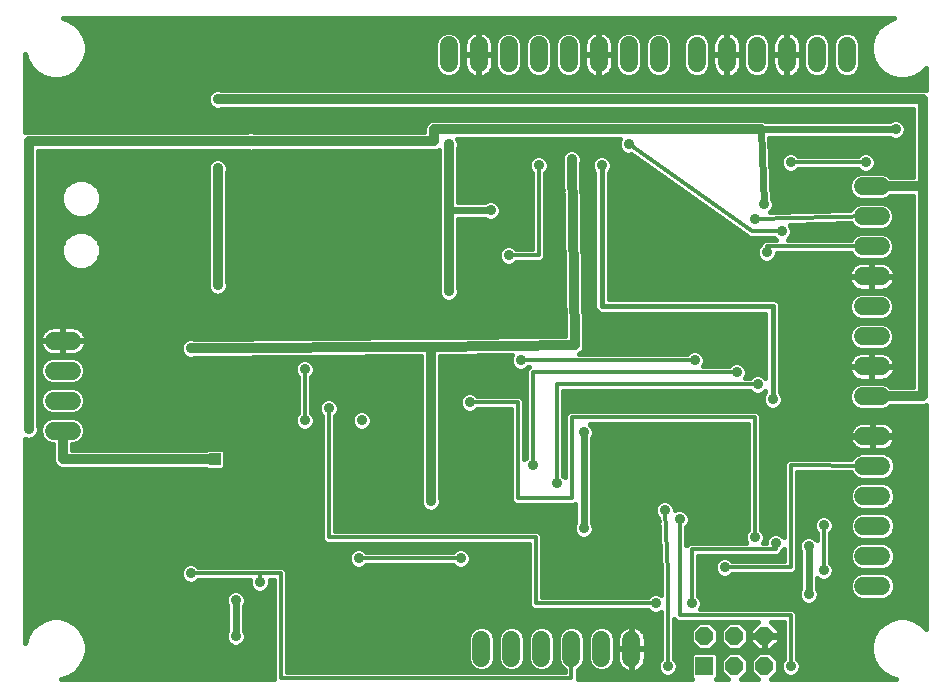
<source format=gbl>
G75*
%MOIN*%
%OFA0B0*%
%FSLAX25Y25*%
%IPPOS*%
%LPD*%
%AMOC8*
5,1,8,0,0,1.08239X$1,22.5*
%
%ADD10C,0.05937*%
%ADD11R,0.06000X0.06000*%
%ADD12OC8,0.06000*%
%ADD13C,0.03200*%
%ADD14C,0.03569*%
%ADD15C,0.02400*%
%ADD16R,0.03962X0.03962*%
%ADD17C,0.01600*%
%ADD18C,0.03962*%
%ADD19C,0.01200*%
D10*
X0020031Y0095712D02*
X0025969Y0095712D01*
X0025969Y0105712D02*
X0020031Y0105712D01*
X0020031Y0115712D02*
X0025969Y0115712D01*
X0025969Y0125712D02*
X0020031Y0125712D01*
X0151625Y0218181D02*
X0151625Y0224119D01*
X0161625Y0224119D02*
X0161625Y0218181D01*
X0171625Y0218181D02*
X0171625Y0224119D01*
X0181625Y0224119D02*
X0181625Y0218181D01*
X0191625Y0218181D02*
X0191625Y0224119D01*
X0201625Y0224119D02*
X0201625Y0218181D01*
X0211625Y0218181D02*
X0211625Y0224119D01*
X0221625Y0224119D02*
X0221625Y0218181D01*
X0234325Y0218144D02*
X0234325Y0224081D01*
X0244325Y0224081D02*
X0244325Y0218144D01*
X0254325Y0218144D02*
X0254325Y0224081D01*
X0264325Y0224081D02*
X0264325Y0218144D01*
X0274325Y0218144D02*
X0274325Y0224081D01*
X0284325Y0224081D02*
X0284325Y0218144D01*
X0289656Y0177150D02*
X0295594Y0177150D01*
X0295594Y0167150D02*
X0289656Y0167150D01*
X0289656Y0157150D02*
X0295594Y0157150D01*
X0295594Y0147150D02*
X0289656Y0147150D01*
X0289656Y0137150D02*
X0295594Y0137150D01*
X0295594Y0127150D02*
X0289656Y0127150D01*
X0289656Y0117150D02*
X0295594Y0117150D01*
X0295594Y0107150D02*
X0289656Y0107150D01*
X0289881Y0093937D02*
X0295819Y0093937D01*
X0295819Y0083938D02*
X0289881Y0083938D01*
X0289881Y0073938D02*
X0295819Y0073938D01*
X0295819Y0063937D02*
X0289881Y0063937D01*
X0289881Y0053937D02*
X0295819Y0053937D01*
X0295819Y0043937D02*
X0289881Y0043937D01*
X0212500Y0025969D02*
X0212500Y0020031D01*
X0202500Y0020031D02*
X0202500Y0025969D01*
X0192500Y0025969D02*
X0192500Y0020031D01*
X0182500Y0020031D02*
X0182500Y0025969D01*
X0172500Y0025969D02*
X0172500Y0020031D01*
X0162500Y0020031D02*
X0162500Y0025969D01*
D11*
X0236850Y0017250D03*
D12*
X0246850Y0017250D03*
X0246850Y0027250D03*
X0236850Y0027250D03*
X0256850Y0027250D03*
X0256850Y0017250D03*
D13*
X0292625Y0107150D02*
X0309625Y0107150D01*
X0309625Y0177150D01*
X0309625Y0206150D01*
X0074625Y0206150D01*
X0085625Y0192150D02*
X0146625Y0192150D01*
X0146625Y0196150D01*
X0255625Y0196150D01*
X0292625Y0177150D02*
X0309625Y0177150D01*
X0192625Y0186150D02*
X0193625Y0124150D01*
X0145621Y0123743D01*
X0145625Y0072150D01*
X0145621Y0123743D02*
X0065625Y0123150D01*
X0074625Y0144150D02*
X0074625Y0183150D01*
X0085625Y0192150D02*
X0011625Y0192150D01*
X0011625Y0096150D01*
X0023000Y0095712D02*
X0023000Y0086150D01*
X0073625Y0086150D01*
X0151625Y0142150D02*
X0151625Y0169150D01*
X0151625Y0191150D01*
D14*
X0151625Y0191150D03*
X0161750Y0183662D03*
X0165625Y0169150D03*
X0171625Y0154150D03*
X0151625Y0142150D03*
X0171625Y0130150D03*
X0175625Y0119150D03*
X0158625Y0105150D03*
X0161625Y0096150D03*
X0179625Y0084150D03*
X0187625Y0078150D03*
X0205625Y0078150D03*
X0196625Y0095150D03*
X0211625Y0096150D03*
X0233625Y0119150D03*
X0238625Y0123150D03*
X0247625Y0123150D03*
X0247625Y0115150D03*
X0254625Y0111150D03*
X0259625Y0106150D03*
X0238625Y0132150D03*
X0243625Y0143150D03*
X0248625Y0151150D03*
X0257625Y0155150D03*
X0262625Y0162150D03*
X0253625Y0166150D03*
X0256625Y0171150D03*
X0265625Y0185150D03*
X0290625Y0185150D03*
X0300625Y0196150D03*
X0275625Y0143150D03*
X0211625Y0191150D03*
X0200625Y0191150D03*
X0202625Y0184150D03*
X0192625Y0186150D03*
X0181625Y0184150D03*
X0138475Y0178312D03*
X0122162Y0142338D03*
X0103625Y0116150D03*
X0111625Y0103150D03*
X0103625Y0099150D03*
X0122625Y0099150D03*
X0138625Y0073150D03*
X0145625Y0072150D03*
X0155625Y0053150D03*
X0121625Y0053150D03*
X0117625Y0067150D03*
X0088625Y0045150D03*
X0080625Y0039150D03*
X0087625Y0034150D03*
X0080625Y0027150D03*
X0065625Y0048150D03*
X0015625Y0058150D03*
X0011625Y0096150D03*
X0065625Y0123150D03*
X0074625Y0144150D03*
X0074625Y0183150D03*
X0085625Y0192150D03*
X0074625Y0206150D03*
X0075625Y0097150D03*
X0119625Y0029150D03*
X0132625Y0023150D03*
X0196625Y0063150D03*
X0223625Y0069150D03*
X0228625Y0066150D03*
X0243625Y0050150D03*
X0253625Y0060150D03*
X0260625Y0058150D03*
X0271625Y0057150D03*
X0276625Y0064150D03*
X0271625Y0076150D03*
X0276625Y0049150D03*
X0271625Y0041150D03*
X0265625Y0017150D03*
X0232625Y0038150D03*
X0220625Y0038150D03*
X0220625Y0028150D03*
X0224625Y0017150D03*
D15*
X0271625Y0041150D02*
X0271625Y0057150D01*
X0196625Y0063150D02*
X0196625Y0095150D01*
X0165625Y0169150D02*
X0151625Y0169150D01*
X0256625Y0171150D02*
X0255625Y0196150D01*
X0300625Y0196150D01*
X0080625Y0039150D02*
X0080625Y0027150D01*
D16*
X0073625Y0086150D03*
D17*
X0024605Y0013541D02*
X0022400Y0012950D01*
X0093425Y0012950D01*
X0093425Y0045950D01*
X0091957Y0045950D01*
X0092009Y0045823D01*
X0092009Y0044477D01*
X0091494Y0043233D01*
X0090542Y0042281D01*
X0089298Y0041766D01*
X0087952Y0041766D01*
X0086708Y0042281D01*
X0085756Y0043233D01*
X0085241Y0044477D01*
X0085241Y0045823D01*
X0085293Y0045950D01*
X0068211Y0045950D01*
X0067542Y0045281D01*
X0066298Y0044766D01*
X0064952Y0044766D01*
X0063708Y0045281D01*
X0062756Y0046233D01*
X0062241Y0047477D01*
X0062241Y0048823D01*
X0062756Y0050067D01*
X0063708Y0051019D01*
X0064952Y0051534D01*
X0066298Y0051534D01*
X0067542Y0051019D01*
X0068211Y0050350D01*
X0096536Y0050350D01*
X0097825Y0049061D01*
X0097825Y0015350D01*
X0190300Y0015350D01*
X0190300Y0015998D01*
X0189912Y0016159D01*
X0188627Y0017444D01*
X0187931Y0019123D01*
X0187931Y0026877D01*
X0188627Y0028556D01*
X0189912Y0029841D01*
X0191591Y0030537D01*
X0193409Y0030537D01*
X0195088Y0029841D01*
X0196373Y0028556D01*
X0197068Y0026877D01*
X0197068Y0019123D01*
X0196373Y0017444D01*
X0195088Y0016159D01*
X0194700Y0015998D01*
X0194700Y0012950D01*
X0232887Y0012950D01*
X0232250Y0013587D01*
X0232250Y0020913D01*
X0233187Y0021850D01*
X0240513Y0021850D01*
X0241450Y0020913D01*
X0241450Y0013587D01*
X0240813Y0012950D01*
X0244645Y0012950D01*
X0242250Y0015345D01*
X0242250Y0019155D01*
X0244945Y0021850D01*
X0248755Y0021850D01*
X0251450Y0019155D01*
X0251450Y0015345D01*
X0249055Y0012950D01*
X0254645Y0012950D01*
X0252250Y0015345D01*
X0252250Y0019155D01*
X0254945Y0021850D01*
X0258755Y0021850D01*
X0261450Y0019155D01*
X0261450Y0015345D01*
X0259055Y0012950D01*
X0300850Y0012950D01*
X0298645Y0013541D01*
X0296293Y0014898D01*
X0294373Y0016818D01*
X0293016Y0019170D01*
X0292313Y0021792D01*
X0292313Y0024508D01*
X0293016Y0027130D01*
X0294373Y0029482D01*
X0296293Y0031401D01*
X0298645Y0032759D01*
X0301267Y0033462D01*
X0303983Y0033462D01*
X0306605Y0032759D01*
X0308957Y0031401D01*
X0310825Y0029533D01*
X0310825Y0104183D01*
X0310262Y0103950D01*
X0298854Y0103950D01*
X0298181Y0103277D01*
X0296502Y0102581D01*
X0288748Y0102581D01*
X0287069Y0103277D01*
X0285784Y0104562D01*
X0285088Y0106241D01*
X0285088Y0108059D01*
X0285784Y0109738D01*
X0287069Y0111023D01*
X0288748Y0111718D01*
X0296502Y0111718D01*
X0298181Y0111023D01*
X0298854Y0110350D01*
X0306425Y0110350D01*
X0306425Y0173950D01*
X0298854Y0173950D01*
X0298181Y0173277D01*
X0296502Y0172581D01*
X0288748Y0172581D01*
X0287069Y0173277D01*
X0285784Y0174562D01*
X0285088Y0176241D01*
X0285088Y0178059D01*
X0285784Y0179738D01*
X0287069Y0181023D01*
X0288748Y0181718D01*
X0296502Y0181718D01*
X0298181Y0181023D01*
X0298854Y0180350D01*
X0306425Y0180350D01*
X0306425Y0202950D01*
X0075743Y0202950D01*
X0075298Y0202766D01*
X0073952Y0202766D01*
X0072708Y0203281D01*
X0071756Y0204233D01*
X0071241Y0205477D01*
X0071241Y0206823D01*
X0071756Y0208067D01*
X0072708Y0209019D01*
X0073952Y0209534D01*
X0075298Y0209534D01*
X0075743Y0209350D01*
X0310262Y0209350D01*
X0310825Y0209117D01*
X0310825Y0216767D01*
X0308957Y0214898D01*
X0306605Y0213541D01*
X0303983Y0212838D01*
X0301267Y0212838D01*
X0298645Y0213541D01*
X0296293Y0214898D01*
X0294373Y0216818D01*
X0293016Y0219170D01*
X0292313Y0221792D01*
X0292313Y0224508D01*
X0293016Y0227130D01*
X0294373Y0229482D01*
X0296293Y0231401D01*
X0298645Y0232759D01*
X0300104Y0233150D01*
X0023146Y0233150D01*
X0024605Y0232759D01*
X0026957Y0231401D01*
X0028876Y0229482D01*
X0030234Y0227130D01*
X0030937Y0224508D01*
X0030937Y0221792D01*
X0030234Y0219170D01*
X0028876Y0216818D01*
X0026957Y0214898D01*
X0024605Y0213541D01*
X0021983Y0212838D01*
X0019267Y0212838D01*
X0016645Y0213541D01*
X0014293Y0214898D01*
X0012373Y0216818D01*
X0011016Y0219170D01*
X0010425Y0221375D01*
X0010425Y0195117D01*
X0010988Y0195350D01*
X0084507Y0195350D01*
X0084952Y0195534D01*
X0086298Y0195534D01*
X0086743Y0195350D01*
X0143425Y0195350D01*
X0143425Y0196787D01*
X0143912Y0197963D01*
X0144812Y0198863D01*
X0145988Y0199350D01*
X0256262Y0199350D01*
X0257227Y0198950D01*
X0298639Y0198950D01*
X0298708Y0199019D01*
X0299952Y0199534D01*
X0301298Y0199534D01*
X0302542Y0199019D01*
X0303494Y0198067D01*
X0304009Y0196823D01*
X0304009Y0195477D01*
X0303494Y0194233D01*
X0302542Y0193281D01*
X0301298Y0192766D01*
X0299952Y0192766D01*
X0298708Y0193281D01*
X0298639Y0193350D01*
X0258539Y0193350D01*
X0259345Y0173216D01*
X0259494Y0173067D01*
X0260009Y0171823D01*
X0260009Y0170477D01*
X0259494Y0169233D01*
X0258743Y0168482D01*
X0285548Y0169169D01*
X0285784Y0169738D01*
X0287069Y0171023D01*
X0288748Y0171718D01*
X0296502Y0171718D01*
X0298181Y0171023D01*
X0299466Y0169738D01*
X0300162Y0168059D01*
X0300162Y0166241D01*
X0299466Y0164562D01*
X0298181Y0163277D01*
X0296502Y0162581D01*
X0288748Y0162581D01*
X0287069Y0163277D01*
X0285784Y0164562D01*
X0285697Y0164772D01*
X0265312Y0164249D01*
X0265494Y0164067D01*
X0266009Y0162823D01*
X0266009Y0161477D01*
X0265494Y0160233D01*
X0264611Y0159350D01*
X0285623Y0159350D01*
X0285784Y0159738D01*
X0287069Y0161023D01*
X0288748Y0161718D01*
X0296502Y0161718D01*
X0298181Y0161023D01*
X0299466Y0159738D01*
X0300162Y0158059D01*
X0300162Y0156241D01*
X0299466Y0154562D01*
X0298181Y0153277D01*
X0296502Y0152581D01*
X0288748Y0152581D01*
X0287069Y0153277D01*
X0285784Y0154562D01*
X0285623Y0154950D01*
X0261009Y0154950D01*
X0261009Y0154477D01*
X0260494Y0153233D01*
X0259542Y0152281D01*
X0258298Y0151766D01*
X0256952Y0151766D01*
X0255708Y0152281D01*
X0254756Y0153233D01*
X0254241Y0154477D01*
X0254241Y0155823D01*
X0254756Y0157067D01*
X0255425Y0157736D01*
X0255425Y0158061D01*
X0256714Y0159350D01*
X0260639Y0159350D01*
X0260039Y0159950D01*
X0252812Y0159950D01*
X0252099Y0159828D01*
X0251926Y0159950D01*
X0251714Y0159950D01*
X0251202Y0160462D01*
X0212488Y0187845D01*
X0212298Y0187766D01*
X0210952Y0187766D01*
X0209708Y0188281D01*
X0208756Y0189233D01*
X0208241Y0190477D01*
X0208241Y0191823D01*
X0208708Y0192950D01*
X0154542Y0192950D01*
X0155009Y0191823D01*
X0155009Y0190477D01*
X0154825Y0190032D01*
X0154825Y0171950D01*
X0163639Y0171950D01*
X0163708Y0172019D01*
X0164952Y0172534D01*
X0166298Y0172534D01*
X0167542Y0172019D01*
X0168494Y0171067D01*
X0169009Y0169823D01*
X0169009Y0168477D01*
X0168494Y0167233D01*
X0167542Y0166281D01*
X0166298Y0165766D01*
X0164952Y0165766D01*
X0163708Y0166281D01*
X0163639Y0166350D01*
X0154825Y0166350D01*
X0154825Y0143268D01*
X0155009Y0142823D01*
X0155009Y0141477D01*
X0154494Y0140233D01*
X0153542Y0139281D01*
X0152298Y0138766D01*
X0150952Y0138766D01*
X0149708Y0139281D01*
X0148756Y0140233D01*
X0148241Y0141477D01*
X0148241Y0142823D01*
X0148425Y0143268D01*
X0148425Y0189432D01*
X0147262Y0188950D01*
X0086743Y0188950D01*
X0086298Y0188766D01*
X0084952Y0188766D01*
X0084507Y0188950D01*
X0014825Y0188950D01*
X0014825Y0097268D01*
X0015009Y0096823D01*
X0015009Y0095477D01*
X0014494Y0094233D01*
X0013542Y0093281D01*
X0012298Y0092766D01*
X0010952Y0092766D01*
X0010425Y0092984D01*
X0010425Y0024925D01*
X0011016Y0027130D01*
X0012373Y0029482D01*
X0014293Y0031401D01*
X0016645Y0032759D01*
X0019267Y0033462D01*
X0021983Y0033462D01*
X0024605Y0032759D01*
X0026957Y0031401D01*
X0028876Y0029482D01*
X0030234Y0027130D01*
X0030937Y0024508D01*
X0030937Y0021792D01*
X0030234Y0019170D01*
X0028876Y0016818D01*
X0026957Y0014898D01*
X0024605Y0013541D01*
X0026343Y0014544D02*
X0093425Y0014544D01*
X0093425Y0016143D02*
X0028201Y0016143D01*
X0029409Y0017741D02*
X0093425Y0017741D01*
X0093425Y0019340D02*
X0030280Y0019340D01*
X0030708Y0020938D02*
X0093425Y0020938D01*
X0093425Y0022537D02*
X0030937Y0022537D01*
X0030937Y0024135D02*
X0079060Y0024135D01*
X0078708Y0024281D02*
X0079952Y0023766D01*
X0081298Y0023766D01*
X0082542Y0024281D01*
X0083494Y0025233D01*
X0084009Y0026477D01*
X0084009Y0027823D01*
X0083494Y0029067D01*
X0083425Y0029136D01*
X0083425Y0037164D01*
X0083494Y0037233D01*
X0084009Y0038477D01*
X0084009Y0039823D01*
X0083494Y0041067D01*
X0082542Y0042019D01*
X0081298Y0042534D01*
X0079952Y0042534D01*
X0078708Y0042019D01*
X0077756Y0041067D01*
X0077241Y0039823D01*
X0077241Y0038477D01*
X0077756Y0037233D01*
X0077825Y0037164D01*
X0077825Y0029136D01*
X0077756Y0029067D01*
X0077241Y0027823D01*
X0077241Y0026477D01*
X0077756Y0025233D01*
X0078708Y0024281D01*
X0077549Y0025734D02*
X0030608Y0025734D01*
X0030117Y0027332D02*
X0077241Y0027332D01*
X0077699Y0028931D02*
X0029195Y0028931D01*
X0027829Y0030529D02*
X0077825Y0030529D01*
X0077825Y0032128D02*
X0025699Y0032128D01*
X0015551Y0032128D02*
X0010425Y0032128D01*
X0010425Y0033726D02*
X0077825Y0033726D01*
X0077825Y0035325D02*
X0010425Y0035325D01*
X0010425Y0036923D02*
X0077825Y0036923D01*
X0077241Y0038522D02*
X0010425Y0038522D01*
X0010425Y0040120D02*
X0077364Y0040120D01*
X0078408Y0041719D02*
X0010425Y0041719D01*
X0010425Y0043317D02*
X0085721Y0043317D01*
X0085241Y0044916D02*
X0066660Y0044916D01*
X0064590Y0044916D02*
X0010425Y0044916D01*
X0010425Y0046514D02*
X0062639Y0046514D01*
X0062241Y0048113D02*
X0010425Y0048113D01*
X0010425Y0049711D02*
X0062609Y0049711D01*
X0064410Y0051310D02*
X0010425Y0051310D01*
X0010425Y0052908D02*
X0118241Y0052908D01*
X0118241Y0052477D02*
X0118756Y0051233D01*
X0119708Y0050281D01*
X0120952Y0049766D01*
X0122298Y0049766D01*
X0123542Y0050281D01*
X0124211Y0050950D01*
X0153039Y0050950D01*
X0153708Y0050281D01*
X0154952Y0049766D01*
X0156298Y0049766D01*
X0157542Y0050281D01*
X0158494Y0051233D01*
X0159009Y0052477D01*
X0159009Y0053823D01*
X0158494Y0055067D01*
X0157542Y0056019D01*
X0156298Y0056534D01*
X0154952Y0056534D01*
X0153708Y0056019D01*
X0153039Y0055350D01*
X0124211Y0055350D01*
X0123542Y0056019D01*
X0122298Y0056534D01*
X0120952Y0056534D01*
X0119708Y0056019D01*
X0118756Y0055067D01*
X0118241Y0053823D01*
X0118241Y0052477D01*
X0118724Y0051310D02*
X0066840Y0051310D01*
X0082842Y0041719D02*
X0093425Y0041719D01*
X0093425Y0043317D02*
X0091529Y0043317D01*
X0092009Y0044916D02*
X0093425Y0044916D01*
X0097825Y0044916D02*
X0178425Y0044916D01*
X0178425Y0046514D02*
X0097825Y0046514D01*
X0097825Y0048113D02*
X0178425Y0048113D01*
X0178425Y0049711D02*
X0097175Y0049711D01*
X0097825Y0043317D02*
X0178425Y0043317D01*
X0178425Y0041719D02*
X0097825Y0041719D01*
X0097825Y0040120D02*
X0178425Y0040120D01*
X0178425Y0038522D02*
X0097825Y0038522D01*
X0097825Y0036923D02*
X0178741Y0036923D01*
X0178425Y0037239D02*
X0179714Y0035950D01*
X0218039Y0035950D01*
X0218708Y0035281D01*
X0219952Y0034766D01*
X0221298Y0034766D01*
X0222425Y0035233D01*
X0222425Y0019736D01*
X0221756Y0019067D01*
X0221241Y0017823D01*
X0221241Y0016477D01*
X0221756Y0015233D01*
X0222708Y0014281D01*
X0223952Y0013766D01*
X0225298Y0013766D01*
X0226542Y0014281D01*
X0227494Y0015233D01*
X0228009Y0016477D01*
X0228009Y0017823D01*
X0227494Y0019067D01*
X0226825Y0019736D01*
X0226825Y0032839D01*
X0227714Y0031950D01*
X0254762Y0031950D01*
X0252050Y0029238D01*
X0252050Y0027450D01*
X0256650Y0027450D01*
X0256650Y0027050D01*
X0257050Y0027050D01*
X0257050Y0027450D01*
X0261650Y0027450D01*
X0261650Y0029238D01*
X0258938Y0031950D01*
X0263425Y0031950D01*
X0263425Y0019736D01*
X0262756Y0019067D01*
X0262241Y0017823D01*
X0262241Y0016477D01*
X0262756Y0015233D01*
X0263708Y0014281D01*
X0264952Y0013766D01*
X0266298Y0013766D01*
X0267542Y0014281D01*
X0268494Y0015233D01*
X0269009Y0016477D01*
X0269009Y0017823D01*
X0268494Y0019067D01*
X0267825Y0019736D01*
X0267825Y0035061D01*
X0266536Y0036350D01*
X0235542Y0036350D01*
X0236009Y0037477D01*
X0236009Y0038823D01*
X0235494Y0040067D01*
X0234825Y0040736D01*
X0234825Y0053950D01*
X0261536Y0053950D01*
X0262825Y0055239D01*
X0262825Y0055564D01*
X0263425Y0056164D01*
X0263425Y0052350D01*
X0246211Y0052350D01*
X0245542Y0053019D01*
X0244298Y0053534D01*
X0242952Y0053534D01*
X0241708Y0053019D01*
X0240756Y0052067D01*
X0240241Y0050823D01*
X0240241Y0049477D01*
X0240756Y0048233D01*
X0241708Y0047281D01*
X0242952Y0046766D01*
X0244298Y0046766D01*
X0245542Y0047281D01*
X0246211Y0047950D01*
X0266536Y0047950D01*
X0267825Y0049239D01*
X0267825Y0081933D01*
X0285825Y0081792D01*
X0286009Y0081350D01*
X0287294Y0080065D01*
X0288973Y0079369D01*
X0296727Y0079369D01*
X0298406Y0080065D01*
X0299691Y0081350D01*
X0300387Y0083029D01*
X0300387Y0084846D01*
X0299691Y0086525D01*
X0298406Y0087810D01*
X0296727Y0088506D01*
X0288973Y0088506D01*
X0287294Y0087810D01*
X0286009Y0086525D01*
X0285870Y0086192D01*
X0266543Y0086343D01*
X0266536Y0086350D01*
X0265634Y0086350D01*
X0264731Y0086357D01*
X0264724Y0086350D01*
X0264714Y0086350D01*
X0264075Y0085711D01*
X0263432Y0085078D01*
X0263432Y0085068D01*
X0263425Y0085061D01*
X0263425Y0084159D01*
X0263418Y0083256D01*
X0263425Y0083249D01*
X0263425Y0060136D01*
X0262542Y0061019D01*
X0261298Y0061534D01*
X0259952Y0061534D01*
X0258708Y0061019D01*
X0257756Y0060067D01*
X0257241Y0058823D01*
X0257241Y0058350D01*
X0256542Y0058350D01*
X0257009Y0059477D01*
X0257009Y0060823D01*
X0256494Y0062067D01*
X0255825Y0062736D01*
X0255825Y0101061D01*
X0254536Y0102350D01*
X0191714Y0102350D01*
X0190425Y0101061D01*
X0190425Y0080136D01*
X0189825Y0080736D01*
X0189825Y0108950D01*
X0252039Y0108950D01*
X0252708Y0108281D01*
X0253952Y0107766D01*
X0255298Y0107766D01*
X0256542Y0108281D01*
X0257225Y0108964D01*
X0257225Y0108536D01*
X0256756Y0108067D01*
X0256241Y0106823D01*
X0256241Y0105477D01*
X0256756Y0104233D01*
X0257708Y0103281D01*
X0258952Y0102766D01*
X0260298Y0102766D01*
X0261542Y0103281D01*
X0262494Y0104233D01*
X0263009Y0105477D01*
X0263009Y0106823D01*
X0262494Y0108067D01*
X0262025Y0108536D01*
X0262025Y0137627D01*
X0261660Y0138509D01*
X0260984Y0139185D01*
X0260102Y0139550D01*
X0205025Y0139550D01*
X0205025Y0181764D01*
X0205494Y0182233D01*
X0206009Y0183477D01*
X0206009Y0184823D01*
X0205494Y0186067D01*
X0204542Y0187019D01*
X0203298Y0187534D01*
X0201952Y0187534D01*
X0200708Y0187019D01*
X0199756Y0186067D01*
X0199241Y0184823D01*
X0199241Y0183477D01*
X0199756Y0182233D01*
X0200225Y0181764D01*
X0200225Y0136673D01*
X0200590Y0135791D01*
X0201266Y0135115D01*
X0202148Y0134750D01*
X0257225Y0134750D01*
X0257225Y0113336D01*
X0256542Y0114019D01*
X0255298Y0114534D01*
X0253952Y0114534D01*
X0252708Y0114019D01*
X0252039Y0113350D01*
X0250542Y0113350D01*
X0251009Y0114477D01*
X0251009Y0115823D01*
X0250494Y0117067D01*
X0249542Y0118019D01*
X0248298Y0118534D01*
X0246952Y0118534D01*
X0245708Y0118019D01*
X0245039Y0117350D01*
X0236542Y0117350D01*
X0237009Y0118477D01*
X0237009Y0119823D01*
X0236494Y0121067D01*
X0235542Y0122019D01*
X0234298Y0122534D01*
X0232952Y0122534D01*
X0231708Y0122019D01*
X0231039Y0121350D01*
X0195219Y0121350D01*
X0195461Y0121453D01*
X0195469Y0121462D01*
X0195481Y0121467D01*
X0195916Y0121916D01*
X0196353Y0122360D01*
X0196358Y0122372D01*
X0196367Y0122381D01*
X0196596Y0122962D01*
X0196830Y0123541D01*
X0196830Y0123553D01*
X0196835Y0123565D01*
X0196825Y0124190D01*
X0196819Y0124814D01*
X0196815Y0124825D01*
X0195843Y0185075D01*
X0196009Y0185477D01*
X0196009Y0186823D01*
X0195494Y0188067D01*
X0194542Y0189019D01*
X0193298Y0189534D01*
X0191952Y0189534D01*
X0190708Y0189019D01*
X0189756Y0188067D01*
X0189241Y0186823D01*
X0189241Y0185477D01*
X0189443Y0184988D01*
X0190373Y0127323D01*
X0145606Y0126943D01*
X0144984Y0126942D01*
X0144973Y0126938D01*
X0066723Y0126358D01*
X0066298Y0126534D01*
X0064952Y0126534D01*
X0063708Y0126019D01*
X0062756Y0125067D01*
X0062241Y0123823D01*
X0062241Y0122477D01*
X0062756Y0121233D01*
X0063708Y0120281D01*
X0064952Y0119766D01*
X0066298Y0119766D01*
X0066763Y0119958D01*
X0142421Y0120519D01*
X0142425Y0073268D01*
X0142241Y0072823D01*
X0142241Y0071477D01*
X0142756Y0070233D01*
X0143708Y0069281D01*
X0144952Y0068766D01*
X0146298Y0068766D01*
X0147542Y0069281D01*
X0148494Y0070233D01*
X0149009Y0071477D01*
X0149009Y0072823D01*
X0148825Y0073268D01*
X0148821Y0120570D01*
X0172634Y0120772D01*
X0172241Y0119823D01*
X0172241Y0118477D01*
X0172756Y0117233D01*
X0173708Y0116281D01*
X0174952Y0115766D01*
X0176298Y0115766D01*
X0177542Y0116281D01*
X0178211Y0116950D01*
X0178314Y0116950D01*
X0177425Y0116061D01*
X0177425Y0086736D01*
X0176825Y0086136D01*
X0176825Y0106061D01*
X0175536Y0107350D01*
X0161211Y0107350D01*
X0160542Y0108019D01*
X0159298Y0108534D01*
X0157952Y0108534D01*
X0156708Y0108019D01*
X0155756Y0107067D01*
X0155241Y0105823D01*
X0155241Y0104477D01*
X0155756Y0103233D01*
X0156708Y0102281D01*
X0157952Y0101766D01*
X0159298Y0101766D01*
X0160542Y0102281D01*
X0161211Y0102950D01*
X0172425Y0102950D01*
X0172425Y0072239D01*
X0173714Y0070950D01*
X0193536Y0070950D01*
X0193825Y0071239D01*
X0193825Y0065136D01*
X0193756Y0065067D01*
X0193241Y0063823D01*
X0193241Y0062477D01*
X0193756Y0061233D01*
X0194708Y0060281D01*
X0195952Y0059766D01*
X0197298Y0059766D01*
X0198542Y0060281D01*
X0199494Y0061233D01*
X0200009Y0062477D01*
X0200009Y0063823D01*
X0199494Y0065067D01*
X0199425Y0065136D01*
X0199425Y0093164D01*
X0199494Y0093233D01*
X0200009Y0094477D01*
X0200009Y0095823D01*
X0199494Y0097067D01*
X0198611Y0097950D01*
X0251425Y0097950D01*
X0251425Y0062736D01*
X0250756Y0062067D01*
X0250241Y0060823D01*
X0250241Y0059477D01*
X0250708Y0058350D01*
X0231714Y0058350D01*
X0230825Y0057461D01*
X0230825Y0063564D01*
X0231494Y0064233D01*
X0232009Y0065477D01*
X0232009Y0066823D01*
X0231494Y0068067D01*
X0230542Y0069019D01*
X0229298Y0069534D01*
X0227952Y0069534D01*
X0227009Y0069144D01*
X0227009Y0069823D01*
X0226494Y0071067D01*
X0225542Y0072019D01*
X0224298Y0072534D01*
X0222952Y0072534D01*
X0221708Y0072019D01*
X0220756Y0071067D01*
X0220241Y0069823D01*
X0220241Y0068477D01*
X0220756Y0067233D01*
X0221552Y0066437D01*
X0222425Y0048098D01*
X0222425Y0041067D01*
X0221298Y0041534D01*
X0219952Y0041534D01*
X0218708Y0041019D01*
X0218039Y0040350D01*
X0182825Y0040350D01*
X0182825Y0061061D01*
X0181536Y0062350D01*
X0113825Y0062350D01*
X0113825Y0100564D01*
X0114494Y0101233D01*
X0115009Y0102477D01*
X0115009Y0103823D01*
X0114494Y0105067D01*
X0113542Y0106019D01*
X0112298Y0106534D01*
X0110952Y0106534D01*
X0109708Y0106019D01*
X0108756Y0105067D01*
X0108241Y0103823D01*
X0108241Y0102477D01*
X0108756Y0101233D01*
X0109425Y0100564D01*
X0109425Y0059239D01*
X0110714Y0057950D01*
X0178425Y0057950D01*
X0178425Y0037239D01*
X0182825Y0041719D02*
X0222425Y0041719D01*
X0222425Y0043317D02*
X0182825Y0043317D01*
X0182825Y0044916D02*
X0222425Y0044916D01*
X0222425Y0046514D02*
X0182825Y0046514D01*
X0182825Y0048113D02*
X0222424Y0048113D01*
X0222348Y0049711D02*
X0182825Y0049711D01*
X0182825Y0051310D02*
X0222272Y0051310D01*
X0222196Y0052908D02*
X0182825Y0052908D01*
X0182825Y0054507D02*
X0222120Y0054507D01*
X0222044Y0056105D02*
X0182825Y0056105D01*
X0182825Y0057704D02*
X0221968Y0057704D01*
X0221891Y0059302D02*
X0182825Y0059302D01*
X0182825Y0060901D02*
X0194088Y0060901D01*
X0193241Y0062499D02*
X0113825Y0062499D01*
X0113825Y0064098D02*
X0193355Y0064098D01*
X0193825Y0065696D02*
X0113825Y0065696D01*
X0113825Y0067295D02*
X0193825Y0067295D01*
X0193825Y0068893D02*
X0146606Y0068893D01*
X0144644Y0068893D02*
X0113825Y0068893D01*
X0113825Y0070492D02*
X0142649Y0070492D01*
X0142241Y0072090D02*
X0113825Y0072090D01*
X0113825Y0073689D02*
X0142425Y0073689D01*
X0142425Y0075287D02*
X0113825Y0075287D01*
X0113825Y0076886D02*
X0142425Y0076886D01*
X0142424Y0078484D02*
X0113825Y0078484D01*
X0113825Y0080083D02*
X0142424Y0080083D01*
X0142424Y0081682D02*
X0113825Y0081682D01*
X0113825Y0083280D02*
X0142424Y0083280D01*
X0142424Y0084879D02*
X0113825Y0084879D01*
X0113825Y0086477D02*
X0142424Y0086477D01*
X0142424Y0088076D02*
X0113825Y0088076D01*
X0113825Y0089674D02*
X0142423Y0089674D01*
X0142423Y0091273D02*
X0113825Y0091273D01*
X0113825Y0092871D02*
X0142423Y0092871D01*
X0142423Y0094470D02*
X0113825Y0094470D01*
X0113825Y0096068D02*
X0121222Y0096068D01*
X0120708Y0096281D02*
X0121952Y0095766D01*
X0123298Y0095766D01*
X0124542Y0096281D01*
X0125494Y0097233D01*
X0126009Y0098477D01*
X0126009Y0099823D01*
X0125494Y0101067D01*
X0124542Y0102019D01*
X0123298Y0102534D01*
X0121952Y0102534D01*
X0120708Y0102019D01*
X0119756Y0101067D01*
X0119241Y0099823D01*
X0119241Y0098477D01*
X0119756Y0097233D01*
X0120708Y0096281D01*
X0119576Y0097667D02*
X0113825Y0097667D01*
X0113825Y0099265D02*
X0119241Y0099265D01*
X0119672Y0100864D02*
X0114125Y0100864D01*
X0115003Y0102462D02*
X0121778Y0102462D01*
X0123472Y0102462D02*
X0142422Y0102462D01*
X0142423Y0100864D02*
X0125578Y0100864D01*
X0126009Y0099265D02*
X0142423Y0099265D01*
X0142423Y0097667D02*
X0125674Y0097667D01*
X0124028Y0096068D02*
X0142423Y0096068D01*
X0148823Y0096068D02*
X0172425Y0096068D01*
X0172425Y0094470D02*
X0148823Y0094470D01*
X0148823Y0092871D02*
X0172425Y0092871D01*
X0172425Y0091273D02*
X0148823Y0091273D01*
X0148823Y0089674D02*
X0172425Y0089674D01*
X0172425Y0088076D02*
X0148824Y0088076D01*
X0148824Y0086477D02*
X0172425Y0086477D01*
X0172425Y0084879D02*
X0148824Y0084879D01*
X0148824Y0083280D02*
X0172425Y0083280D01*
X0172425Y0081682D02*
X0148824Y0081682D01*
X0148824Y0080083D02*
X0172425Y0080083D01*
X0172425Y0078484D02*
X0148824Y0078484D01*
X0148825Y0076886D02*
X0172425Y0076886D01*
X0172425Y0075287D02*
X0148825Y0075287D01*
X0148825Y0073689D02*
X0172425Y0073689D01*
X0172573Y0072090D02*
X0149009Y0072090D01*
X0148601Y0070492D02*
X0193825Y0070492D01*
X0199425Y0070492D02*
X0220518Y0070492D01*
X0220241Y0068893D02*
X0199425Y0068893D01*
X0199425Y0067295D02*
X0220730Y0067295D01*
X0221587Y0065696D02*
X0199425Y0065696D01*
X0199895Y0064098D02*
X0221663Y0064098D01*
X0221739Y0062499D02*
X0200009Y0062499D01*
X0199162Y0060901D02*
X0221815Y0060901D01*
X0230825Y0060901D02*
X0250273Y0060901D01*
X0250313Y0059302D02*
X0230825Y0059302D01*
X0230825Y0057704D02*
X0231068Y0057704D01*
X0230825Y0062499D02*
X0251188Y0062499D01*
X0251425Y0064098D02*
X0231359Y0064098D01*
X0232009Y0065696D02*
X0251425Y0065696D01*
X0251425Y0067295D02*
X0231814Y0067295D01*
X0230668Y0068893D02*
X0251425Y0068893D01*
X0251425Y0070492D02*
X0226732Y0070492D01*
X0225370Y0072090D02*
X0251425Y0072090D01*
X0251425Y0073689D02*
X0199425Y0073689D01*
X0199425Y0075287D02*
X0251425Y0075287D01*
X0251425Y0076886D02*
X0199425Y0076886D01*
X0199425Y0078484D02*
X0251425Y0078484D01*
X0251425Y0080083D02*
X0199425Y0080083D01*
X0199425Y0081682D02*
X0251425Y0081682D01*
X0251425Y0083280D02*
X0199425Y0083280D01*
X0199425Y0084879D02*
X0251425Y0084879D01*
X0251425Y0086477D02*
X0199425Y0086477D01*
X0199425Y0088076D02*
X0251425Y0088076D01*
X0251425Y0089674D02*
X0199425Y0089674D01*
X0199425Y0091273D02*
X0251425Y0091273D01*
X0251425Y0092871D02*
X0199425Y0092871D01*
X0200006Y0094470D02*
X0251425Y0094470D01*
X0251425Y0096068D02*
X0199908Y0096068D01*
X0198894Y0097667D02*
X0251425Y0097667D01*
X0255825Y0097667D02*
X0286902Y0097667D01*
X0286775Y0097575D02*
X0287382Y0098016D01*
X0288051Y0098357D01*
X0288765Y0098589D01*
X0289506Y0098706D01*
X0292666Y0098706D01*
X0292666Y0094122D01*
X0293034Y0094122D01*
X0293034Y0098706D01*
X0296194Y0098706D01*
X0296935Y0098589D01*
X0297649Y0098357D01*
X0298318Y0098016D01*
X0298925Y0097575D01*
X0299456Y0097044D01*
X0299897Y0096437D01*
X0300238Y0095768D01*
X0300470Y0095054D01*
X0300587Y0094313D01*
X0300587Y0094122D01*
X0293034Y0094122D01*
X0293034Y0093753D01*
X0293034Y0089169D01*
X0296194Y0089169D01*
X0296935Y0089286D01*
X0297649Y0089518D01*
X0298318Y0089859D01*
X0298925Y0090300D01*
X0299456Y0090831D01*
X0299897Y0091438D01*
X0300238Y0092107D01*
X0300470Y0092821D01*
X0300587Y0093562D01*
X0300587Y0093753D01*
X0293034Y0093753D01*
X0292666Y0093753D01*
X0292666Y0089169D01*
X0289506Y0089169D01*
X0288765Y0089286D01*
X0288051Y0089518D01*
X0287382Y0089859D01*
X0286775Y0090300D01*
X0286244Y0090831D01*
X0285803Y0091438D01*
X0285462Y0092107D01*
X0285230Y0092821D01*
X0285113Y0093562D01*
X0285113Y0093753D01*
X0292666Y0093753D01*
X0292666Y0094122D01*
X0285113Y0094122D01*
X0285113Y0094313D01*
X0285230Y0095054D01*
X0285462Y0095768D01*
X0285803Y0096437D01*
X0286244Y0097044D01*
X0286775Y0097575D01*
X0285615Y0096068D02*
X0255825Y0096068D01*
X0255825Y0094470D02*
X0285138Y0094470D01*
X0285222Y0092871D02*
X0255825Y0092871D01*
X0255825Y0091273D02*
X0285923Y0091273D01*
X0287745Y0089674D02*
X0255825Y0089674D01*
X0255825Y0088076D02*
X0287934Y0088076D01*
X0285989Y0086477D02*
X0255825Y0086477D01*
X0255825Y0084879D02*
X0263425Y0084879D01*
X0263418Y0083280D02*
X0255825Y0083280D01*
X0255825Y0081682D02*
X0263425Y0081682D01*
X0263425Y0080083D02*
X0255825Y0080083D01*
X0255825Y0078484D02*
X0263425Y0078484D01*
X0263425Y0076886D02*
X0255825Y0076886D01*
X0255825Y0075287D02*
X0263425Y0075287D01*
X0263425Y0073689D02*
X0255825Y0073689D01*
X0255825Y0072090D02*
X0263425Y0072090D01*
X0263425Y0070492D02*
X0255825Y0070492D01*
X0255825Y0068893D02*
X0263425Y0068893D01*
X0263425Y0067295D02*
X0255825Y0067295D01*
X0255825Y0065696D02*
X0263425Y0065696D01*
X0263425Y0064098D02*
X0255825Y0064098D01*
X0256062Y0062499D02*
X0263425Y0062499D01*
X0263425Y0060901D02*
X0262660Y0060901D01*
X0258590Y0060901D02*
X0256977Y0060901D01*
X0256937Y0059302D02*
X0257439Y0059302D01*
X0262093Y0054507D02*
X0263425Y0054507D01*
X0263425Y0056105D02*
X0263366Y0056105D01*
X0263425Y0052908D02*
X0245653Y0052908D01*
X0241597Y0052908D02*
X0234825Y0052908D01*
X0234825Y0051310D02*
X0240442Y0051310D01*
X0240241Y0049711D02*
X0234825Y0049711D01*
X0234825Y0048113D02*
X0240876Y0048113D01*
X0234825Y0046514D02*
X0268825Y0046514D01*
X0268825Y0044916D02*
X0234825Y0044916D01*
X0234825Y0043317D02*
X0268825Y0043317D01*
X0268825Y0043136D02*
X0268756Y0043067D01*
X0268241Y0041823D01*
X0268241Y0040477D01*
X0268756Y0039233D01*
X0269708Y0038281D01*
X0270952Y0037766D01*
X0272298Y0037766D01*
X0273542Y0038281D01*
X0274494Y0039233D01*
X0275009Y0040477D01*
X0275009Y0041823D01*
X0274494Y0043067D01*
X0274425Y0043136D01*
X0274425Y0046564D01*
X0274708Y0046281D01*
X0275952Y0045766D01*
X0277298Y0045766D01*
X0278542Y0046281D01*
X0279494Y0047233D01*
X0280009Y0048477D01*
X0280009Y0049823D01*
X0279494Y0051067D01*
X0278825Y0051736D01*
X0278825Y0061564D01*
X0279494Y0062233D01*
X0280009Y0063477D01*
X0280009Y0064823D01*
X0279494Y0066067D01*
X0278542Y0067019D01*
X0277298Y0067534D01*
X0275952Y0067534D01*
X0274708Y0067019D01*
X0273756Y0066067D01*
X0273241Y0064823D01*
X0273241Y0063477D01*
X0273756Y0062233D01*
X0274425Y0061564D01*
X0274425Y0059136D01*
X0273542Y0060019D01*
X0272298Y0060534D01*
X0270952Y0060534D01*
X0269708Y0060019D01*
X0268756Y0059067D01*
X0268241Y0057823D01*
X0268241Y0056477D01*
X0268756Y0055233D01*
X0268825Y0055164D01*
X0268825Y0043136D01*
X0268241Y0041719D02*
X0234825Y0041719D01*
X0235441Y0040120D02*
X0268388Y0040120D01*
X0269467Y0038522D02*
X0236009Y0038522D01*
X0235780Y0036923D02*
X0310825Y0036923D01*
X0310825Y0035325D02*
X0267562Y0035325D01*
X0267825Y0033726D02*
X0310825Y0033726D01*
X0310825Y0032128D02*
X0307699Y0032128D01*
X0309829Y0030529D02*
X0310825Y0030529D01*
X0310825Y0038522D02*
X0273783Y0038522D01*
X0274862Y0040120D02*
X0287238Y0040120D01*
X0287294Y0040065D02*
X0288973Y0039369D01*
X0296727Y0039369D01*
X0298406Y0040065D01*
X0299691Y0041350D01*
X0300387Y0043029D01*
X0300387Y0044846D01*
X0299691Y0046525D01*
X0298406Y0047810D01*
X0296727Y0048506D01*
X0288973Y0048506D01*
X0287294Y0047810D01*
X0286009Y0046525D01*
X0285313Y0044846D01*
X0285313Y0043029D01*
X0286009Y0041350D01*
X0287294Y0040065D01*
X0285856Y0041719D02*
X0275009Y0041719D01*
X0274425Y0043317D02*
X0285313Y0043317D01*
X0285342Y0044916D02*
X0274425Y0044916D01*
X0274425Y0046514D02*
X0274475Y0046514D01*
X0278775Y0046514D02*
X0286004Y0046514D01*
X0288023Y0048113D02*
X0279858Y0048113D01*
X0280009Y0049711D02*
X0288146Y0049711D01*
X0288973Y0049369D02*
X0296727Y0049369D01*
X0298406Y0050065D01*
X0299691Y0051350D01*
X0300387Y0053029D01*
X0300387Y0054846D01*
X0299691Y0056525D01*
X0298406Y0057810D01*
X0296727Y0058506D01*
X0288973Y0058506D01*
X0287294Y0057810D01*
X0286009Y0056525D01*
X0285313Y0054846D01*
X0285313Y0053029D01*
X0286009Y0051350D01*
X0287294Y0050065D01*
X0288973Y0049369D01*
X0286048Y0051310D02*
X0279251Y0051310D01*
X0278825Y0052908D02*
X0285363Y0052908D01*
X0285313Y0054507D02*
X0278825Y0054507D01*
X0278825Y0056105D02*
X0285835Y0056105D01*
X0287187Y0057704D02*
X0278825Y0057704D01*
X0278825Y0059302D02*
X0310825Y0059302D01*
X0310825Y0057704D02*
X0298513Y0057704D01*
X0299865Y0056105D02*
X0310825Y0056105D01*
X0310825Y0054507D02*
X0300387Y0054507D01*
X0300337Y0052908D02*
X0310825Y0052908D01*
X0310825Y0051310D02*
X0299652Y0051310D01*
X0297554Y0049711D02*
X0310825Y0049711D01*
X0310825Y0048113D02*
X0297677Y0048113D01*
X0299696Y0046514D02*
X0310825Y0046514D01*
X0310825Y0044916D02*
X0300358Y0044916D01*
X0300387Y0043317D02*
X0310825Y0043317D01*
X0310825Y0041719D02*
X0299844Y0041719D01*
X0298462Y0040120D02*
X0310825Y0040120D01*
X0297551Y0032128D02*
X0267825Y0032128D01*
X0267825Y0030529D02*
X0295421Y0030529D01*
X0294055Y0028931D02*
X0267825Y0028931D01*
X0267825Y0027332D02*
X0293133Y0027332D01*
X0292642Y0025734D02*
X0267825Y0025734D01*
X0267825Y0024135D02*
X0292313Y0024135D01*
X0292313Y0022537D02*
X0267825Y0022537D01*
X0267825Y0020938D02*
X0292542Y0020938D01*
X0292970Y0019340D02*
X0268221Y0019340D01*
X0269009Y0017741D02*
X0293841Y0017741D01*
X0295049Y0016143D02*
X0268871Y0016143D01*
X0267805Y0014544D02*
X0296907Y0014544D01*
X0263445Y0014544D02*
X0260649Y0014544D01*
X0261450Y0016143D02*
X0262379Y0016143D01*
X0262241Y0017741D02*
X0261450Y0017741D01*
X0261266Y0019340D02*
X0263029Y0019340D01*
X0263425Y0020938D02*
X0259667Y0020938D01*
X0258838Y0022450D02*
X0261650Y0025262D01*
X0261650Y0027050D01*
X0257050Y0027050D01*
X0257050Y0022450D01*
X0258838Y0022450D01*
X0258925Y0022537D02*
X0263425Y0022537D01*
X0263425Y0024135D02*
X0260523Y0024135D01*
X0261650Y0025734D02*
X0263425Y0025734D01*
X0263425Y0027332D02*
X0257050Y0027332D01*
X0256650Y0027332D02*
X0251450Y0027332D01*
X0252050Y0027050D02*
X0252050Y0025262D01*
X0254862Y0022450D01*
X0256650Y0022450D01*
X0256650Y0027050D01*
X0252050Y0027050D01*
X0252050Y0025734D02*
X0251450Y0025734D01*
X0251450Y0025345D02*
X0248755Y0022650D01*
X0244945Y0022650D01*
X0242250Y0025345D01*
X0242250Y0029155D01*
X0244945Y0031850D01*
X0248755Y0031850D01*
X0251450Y0029155D01*
X0251450Y0025345D01*
X0250240Y0024135D02*
X0253177Y0024135D01*
X0254775Y0022537D02*
X0226825Y0022537D01*
X0226825Y0024135D02*
X0233459Y0024135D01*
X0232250Y0025345D02*
X0234945Y0022650D01*
X0238755Y0022650D01*
X0241450Y0025345D01*
X0241450Y0029155D01*
X0238755Y0031850D01*
X0234945Y0031850D01*
X0232250Y0029155D01*
X0232250Y0025345D01*
X0232250Y0025734D02*
X0226825Y0025734D01*
X0226825Y0027332D02*
X0232250Y0027332D01*
X0232250Y0028931D02*
X0226825Y0028931D01*
X0226825Y0030529D02*
X0233624Y0030529D01*
X0227536Y0032128D02*
X0226825Y0032128D01*
X0222425Y0032128D02*
X0097825Y0032128D01*
X0097825Y0033726D02*
X0222425Y0033726D01*
X0222425Y0030529D02*
X0213895Y0030529D01*
X0213617Y0030620D02*
X0212875Y0030737D01*
X0212684Y0030737D01*
X0212684Y0023184D01*
X0217268Y0023184D01*
X0217268Y0026344D01*
X0217151Y0027085D01*
X0216919Y0027799D01*
X0216578Y0028468D01*
X0216137Y0029075D01*
X0215606Y0029606D01*
X0214999Y0030047D01*
X0214330Y0030388D01*
X0213617Y0030620D01*
X0212684Y0030529D02*
X0212316Y0030529D01*
X0212316Y0030737D02*
X0212125Y0030737D01*
X0211383Y0030620D01*
X0210670Y0030388D01*
X0210001Y0030047D01*
X0209394Y0029606D01*
X0208863Y0029075D01*
X0208422Y0028468D01*
X0208081Y0027799D01*
X0207849Y0027085D01*
X0207731Y0026344D01*
X0207731Y0023184D01*
X0212316Y0023184D01*
X0212316Y0022816D01*
X0212684Y0022816D01*
X0212684Y0015263D01*
X0212875Y0015263D01*
X0213617Y0015380D01*
X0214330Y0015612D01*
X0214999Y0015953D01*
X0215606Y0016394D01*
X0216137Y0016925D01*
X0216578Y0017532D01*
X0216919Y0018201D01*
X0217151Y0018915D01*
X0217268Y0019656D01*
X0217268Y0022816D01*
X0212684Y0022816D01*
X0212684Y0023184D01*
X0212316Y0023184D01*
X0212316Y0030737D01*
X0211105Y0030529D02*
X0203428Y0030529D01*
X0203409Y0030537D02*
X0201591Y0030537D01*
X0199912Y0029841D01*
X0198627Y0028556D01*
X0197931Y0026877D01*
X0197931Y0019123D01*
X0198627Y0017444D01*
X0199912Y0016159D01*
X0201591Y0015463D01*
X0203409Y0015463D01*
X0205088Y0016159D01*
X0206373Y0017444D01*
X0207068Y0019123D01*
X0207068Y0026877D01*
X0206373Y0028556D01*
X0205088Y0029841D01*
X0203409Y0030537D01*
X0201572Y0030529D02*
X0193428Y0030529D01*
X0191572Y0030529D02*
X0183428Y0030529D01*
X0183409Y0030537D02*
X0181591Y0030537D01*
X0179912Y0029841D01*
X0178627Y0028556D01*
X0177931Y0026877D01*
X0177931Y0019123D01*
X0178627Y0017444D01*
X0179912Y0016159D01*
X0181591Y0015463D01*
X0183409Y0015463D01*
X0185088Y0016159D01*
X0186373Y0017444D01*
X0187068Y0019123D01*
X0187068Y0026877D01*
X0186373Y0028556D01*
X0185088Y0029841D01*
X0183409Y0030537D01*
X0181572Y0030529D02*
X0173428Y0030529D01*
X0173409Y0030537D02*
X0171591Y0030537D01*
X0169912Y0029841D01*
X0168627Y0028556D01*
X0167931Y0026877D01*
X0167931Y0019123D01*
X0168627Y0017444D01*
X0169912Y0016159D01*
X0171591Y0015463D01*
X0173409Y0015463D01*
X0175088Y0016159D01*
X0176373Y0017444D01*
X0177068Y0019123D01*
X0177068Y0026877D01*
X0176373Y0028556D01*
X0175088Y0029841D01*
X0173409Y0030537D01*
X0171572Y0030529D02*
X0163428Y0030529D01*
X0163409Y0030537D02*
X0161591Y0030537D01*
X0159912Y0029841D01*
X0158627Y0028556D01*
X0157931Y0026877D01*
X0157931Y0019123D01*
X0158627Y0017444D01*
X0159912Y0016159D01*
X0161591Y0015463D01*
X0163409Y0015463D01*
X0165088Y0016159D01*
X0166373Y0017444D01*
X0167068Y0019123D01*
X0167068Y0026877D01*
X0166373Y0028556D01*
X0165088Y0029841D01*
X0163409Y0030537D01*
X0161572Y0030529D02*
X0097825Y0030529D01*
X0097825Y0028931D02*
X0159001Y0028931D01*
X0158120Y0027332D02*
X0097825Y0027332D01*
X0097825Y0025734D02*
X0157931Y0025734D01*
X0157931Y0024135D02*
X0097825Y0024135D01*
X0097825Y0022537D02*
X0157931Y0022537D01*
X0157931Y0020938D02*
X0097825Y0020938D01*
X0097825Y0019340D02*
X0157931Y0019340D01*
X0158504Y0017741D02*
X0097825Y0017741D01*
X0097825Y0016143D02*
X0159951Y0016143D01*
X0165049Y0016143D02*
X0169951Y0016143D01*
X0168504Y0017741D02*
X0166496Y0017741D01*
X0167068Y0019340D02*
X0167931Y0019340D01*
X0167931Y0020938D02*
X0167068Y0020938D01*
X0167068Y0022537D02*
X0167931Y0022537D01*
X0167931Y0024135D02*
X0167068Y0024135D01*
X0167068Y0025734D02*
X0167931Y0025734D01*
X0168120Y0027332D02*
X0166880Y0027332D01*
X0165999Y0028931D02*
X0169001Y0028931D01*
X0175999Y0028931D02*
X0179001Y0028931D01*
X0178120Y0027332D02*
X0176880Y0027332D01*
X0177068Y0025734D02*
X0177931Y0025734D01*
X0177931Y0024135D02*
X0177068Y0024135D01*
X0177068Y0022537D02*
X0177931Y0022537D01*
X0177931Y0020938D02*
X0177068Y0020938D01*
X0177068Y0019340D02*
X0177931Y0019340D01*
X0178504Y0017741D02*
X0176496Y0017741D01*
X0175049Y0016143D02*
X0179951Y0016143D01*
X0185049Y0016143D02*
X0189951Y0016143D01*
X0188504Y0017741D02*
X0186496Y0017741D01*
X0187068Y0019340D02*
X0187931Y0019340D01*
X0187931Y0020938D02*
X0187068Y0020938D01*
X0187068Y0022537D02*
X0187931Y0022537D01*
X0187931Y0024135D02*
X0187068Y0024135D01*
X0187068Y0025734D02*
X0187931Y0025734D01*
X0188120Y0027332D02*
X0186880Y0027332D01*
X0185999Y0028931D02*
X0189001Y0028931D01*
X0195999Y0028931D02*
X0199001Y0028931D01*
X0198120Y0027332D02*
X0196880Y0027332D01*
X0197068Y0025734D02*
X0197931Y0025734D01*
X0197931Y0024135D02*
X0197068Y0024135D01*
X0197068Y0022537D02*
X0197931Y0022537D01*
X0197931Y0020938D02*
X0197068Y0020938D01*
X0197068Y0019340D02*
X0197931Y0019340D01*
X0198504Y0017741D02*
X0196496Y0017741D01*
X0195049Y0016143D02*
X0199951Y0016143D01*
X0205049Y0016143D02*
X0209740Y0016143D01*
X0210001Y0015953D02*
X0210670Y0015612D01*
X0211383Y0015380D01*
X0212125Y0015263D01*
X0212316Y0015263D01*
X0212316Y0022816D01*
X0207731Y0022816D01*
X0207731Y0019656D01*
X0207849Y0018915D01*
X0208081Y0018201D01*
X0208422Y0017532D01*
X0208863Y0016925D01*
X0209394Y0016394D01*
X0210001Y0015953D01*
X0212316Y0016143D02*
X0212684Y0016143D01*
X0212684Y0017741D02*
X0212316Y0017741D01*
X0212316Y0019340D02*
X0212684Y0019340D01*
X0212684Y0020938D02*
X0212316Y0020938D01*
X0212316Y0022537D02*
X0212684Y0022537D01*
X0212684Y0024135D02*
X0212316Y0024135D01*
X0212316Y0025734D02*
X0212684Y0025734D01*
X0212684Y0027332D02*
X0212316Y0027332D01*
X0212316Y0028931D02*
X0212684Y0028931D01*
X0216242Y0028931D02*
X0222425Y0028931D01*
X0222425Y0027332D02*
X0217071Y0027332D01*
X0217268Y0025734D02*
X0222425Y0025734D01*
X0222425Y0024135D02*
X0217268Y0024135D01*
X0217268Y0022537D02*
X0222425Y0022537D01*
X0222425Y0020938D02*
X0217268Y0020938D01*
X0217218Y0019340D02*
X0222029Y0019340D01*
X0221241Y0017741D02*
X0216685Y0017741D01*
X0215260Y0016143D02*
X0221379Y0016143D01*
X0222445Y0014544D02*
X0194700Y0014544D01*
X0206496Y0017741D02*
X0208315Y0017741D01*
X0207782Y0019340D02*
X0207068Y0019340D01*
X0207068Y0020938D02*
X0207731Y0020938D01*
X0207731Y0022537D02*
X0207068Y0022537D01*
X0207068Y0024135D02*
X0207731Y0024135D01*
X0207731Y0025734D02*
X0207068Y0025734D01*
X0206880Y0027332D02*
X0207929Y0027332D01*
X0208758Y0028931D02*
X0205999Y0028931D01*
X0218664Y0035325D02*
X0097825Y0035325D01*
X0093425Y0035325D02*
X0083425Y0035325D01*
X0083425Y0036923D02*
X0093425Y0036923D01*
X0093425Y0038522D02*
X0084009Y0038522D01*
X0083886Y0040120D02*
X0093425Y0040120D01*
X0093425Y0033726D02*
X0083425Y0033726D01*
X0083425Y0032128D02*
X0093425Y0032128D01*
X0093425Y0030529D02*
X0083425Y0030529D01*
X0083551Y0028931D02*
X0093425Y0028931D01*
X0093425Y0027332D02*
X0084009Y0027332D01*
X0083701Y0025734D02*
X0093425Y0025734D01*
X0093425Y0024135D02*
X0082190Y0024135D01*
X0118524Y0054507D02*
X0010425Y0054507D01*
X0010425Y0056105D02*
X0119916Y0056105D01*
X0123334Y0056105D02*
X0153916Y0056105D01*
X0157334Y0056105D02*
X0178425Y0056105D01*
X0178425Y0054507D02*
X0158726Y0054507D01*
X0159009Y0052908D02*
X0178425Y0052908D01*
X0178425Y0051310D02*
X0158526Y0051310D01*
X0178425Y0057704D02*
X0010425Y0057704D01*
X0010425Y0059302D02*
X0109425Y0059302D01*
X0109425Y0060901D02*
X0010425Y0060901D01*
X0010425Y0062499D02*
X0109425Y0062499D01*
X0109425Y0064098D02*
X0010425Y0064098D01*
X0010425Y0065696D02*
X0109425Y0065696D01*
X0109425Y0067295D02*
X0010425Y0067295D01*
X0010425Y0068893D02*
X0109425Y0068893D01*
X0109425Y0070492D02*
X0010425Y0070492D01*
X0010425Y0072090D02*
X0109425Y0072090D01*
X0109425Y0073689D02*
X0010425Y0073689D01*
X0010425Y0075287D02*
X0109425Y0075287D01*
X0109425Y0076886D02*
X0010425Y0076886D01*
X0010425Y0078484D02*
X0109425Y0078484D01*
X0109425Y0080083D02*
X0010425Y0080083D01*
X0010425Y0081682D02*
X0109425Y0081682D01*
X0109425Y0083280D02*
X0076980Y0083280D01*
X0077206Y0083506D02*
X0077206Y0088794D01*
X0076269Y0089731D01*
X0070981Y0089731D01*
X0070600Y0089350D01*
X0026200Y0089350D01*
X0026200Y0091144D01*
X0026877Y0091144D01*
X0028556Y0091840D01*
X0029841Y0093125D01*
X0030537Y0094804D01*
X0030537Y0096621D01*
X0029841Y0098300D01*
X0028556Y0099585D01*
X0026877Y0100281D01*
X0019123Y0100281D01*
X0017444Y0099585D01*
X0016159Y0098300D01*
X0015463Y0096621D01*
X0015463Y0094804D01*
X0016159Y0093125D01*
X0017444Y0091840D01*
X0019123Y0091144D01*
X0019800Y0091144D01*
X0019800Y0085513D01*
X0020287Y0084337D01*
X0021187Y0083437D01*
X0022363Y0082950D01*
X0070600Y0082950D01*
X0070981Y0082569D01*
X0076269Y0082569D01*
X0077206Y0083506D01*
X0077206Y0084879D02*
X0109425Y0084879D01*
X0109425Y0086477D02*
X0077206Y0086477D01*
X0077206Y0088076D02*
X0109425Y0088076D01*
X0109425Y0089674D02*
X0076326Y0089674D01*
X0070924Y0089674D02*
X0026200Y0089674D01*
X0027188Y0091273D02*
X0109425Y0091273D01*
X0109425Y0092871D02*
X0029588Y0092871D01*
X0030399Y0094470D02*
X0109425Y0094470D01*
X0109425Y0096068D02*
X0105028Y0096068D01*
X0105542Y0096281D02*
X0106494Y0097233D01*
X0107009Y0098477D01*
X0107009Y0099823D01*
X0106494Y0101067D01*
X0105825Y0101736D01*
X0105825Y0113564D01*
X0106494Y0114233D01*
X0107009Y0115477D01*
X0107009Y0116823D01*
X0106494Y0118067D01*
X0105542Y0119019D01*
X0104298Y0119534D01*
X0102952Y0119534D01*
X0101708Y0119019D01*
X0100756Y0118067D01*
X0100241Y0116823D01*
X0100241Y0115477D01*
X0100756Y0114233D01*
X0101425Y0113564D01*
X0101425Y0101736D01*
X0100756Y0101067D01*
X0100241Y0099823D01*
X0100241Y0098477D01*
X0100756Y0097233D01*
X0101708Y0096281D01*
X0102952Y0095766D01*
X0104298Y0095766D01*
X0105542Y0096281D01*
X0106674Y0097667D02*
X0109425Y0097667D01*
X0109425Y0099265D02*
X0107009Y0099265D01*
X0106578Y0100864D02*
X0109125Y0100864D01*
X0108247Y0102462D02*
X0105825Y0102462D01*
X0105825Y0104061D02*
X0108339Y0104061D01*
X0109348Y0105659D02*
X0105825Y0105659D01*
X0105825Y0107258D02*
X0142422Y0107258D01*
X0142422Y0108856D02*
X0105825Y0108856D01*
X0105825Y0110455D02*
X0142422Y0110455D01*
X0142422Y0112053D02*
X0105825Y0112053D01*
X0105913Y0113652D02*
X0142421Y0113652D01*
X0142421Y0115250D02*
X0106915Y0115250D01*
X0106999Y0116849D02*
X0142421Y0116849D01*
X0142421Y0118447D02*
X0106114Y0118447D01*
X0101136Y0118447D02*
X0029695Y0118447D01*
X0029841Y0118300D02*
X0028556Y0119585D01*
X0026877Y0120281D01*
X0019123Y0120281D01*
X0017444Y0119585D01*
X0016159Y0118300D01*
X0015463Y0116621D01*
X0015463Y0114804D01*
X0016159Y0113125D01*
X0017444Y0111840D01*
X0019123Y0111144D01*
X0026877Y0111144D01*
X0028556Y0111840D01*
X0029841Y0113125D01*
X0030537Y0114804D01*
X0030537Y0116621D01*
X0029841Y0118300D01*
X0030443Y0116849D02*
X0100251Y0116849D01*
X0100335Y0115250D02*
X0030537Y0115250D01*
X0030060Y0113652D02*
X0101337Y0113652D01*
X0101425Y0112053D02*
X0028770Y0112053D01*
X0028556Y0109585D02*
X0026877Y0110281D01*
X0019123Y0110281D01*
X0017444Y0109585D01*
X0016159Y0108300D01*
X0015463Y0106621D01*
X0015463Y0104804D01*
X0016159Y0103125D01*
X0017444Y0101840D01*
X0019123Y0101144D01*
X0026877Y0101144D01*
X0028556Y0101840D01*
X0029841Y0103125D01*
X0030537Y0104804D01*
X0030537Y0106621D01*
X0029841Y0108300D01*
X0028556Y0109585D01*
X0029286Y0108856D02*
X0101425Y0108856D01*
X0101425Y0107258D02*
X0030273Y0107258D01*
X0030537Y0105659D02*
X0101425Y0105659D01*
X0101425Y0104061D02*
X0030229Y0104061D01*
X0029179Y0102462D02*
X0101425Y0102462D01*
X0100672Y0100864D02*
X0014825Y0100864D01*
X0014825Y0102462D02*
X0016821Y0102462D01*
X0015771Y0104061D02*
X0014825Y0104061D01*
X0014825Y0105659D02*
X0015463Y0105659D01*
X0015727Y0107258D02*
X0014825Y0107258D01*
X0014825Y0108856D02*
X0016714Y0108856D01*
X0014825Y0110455D02*
X0101425Y0110455D01*
X0113902Y0105659D02*
X0142422Y0105659D01*
X0142422Y0104061D02*
X0114911Y0104061D01*
X0102222Y0096068D02*
X0030537Y0096068D01*
X0030104Y0097667D02*
X0100576Y0097667D01*
X0100241Y0099265D02*
X0028877Y0099265D01*
X0017123Y0099265D02*
X0014825Y0099265D01*
X0014825Y0097667D02*
X0015896Y0097667D01*
X0015463Y0096068D02*
X0015009Y0096068D01*
X0014592Y0094470D02*
X0015601Y0094470D01*
X0016412Y0092871D02*
X0012552Y0092871D01*
X0010697Y0092871D02*
X0010425Y0092871D01*
X0010425Y0091273D02*
X0018812Y0091273D01*
X0019800Y0089674D02*
X0010425Y0089674D01*
X0010425Y0088076D02*
X0019800Y0088076D01*
X0019800Y0086477D02*
X0010425Y0086477D01*
X0010425Y0084879D02*
X0020063Y0084879D01*
X0021567Y0083280D02*
X0010425Y0083280D01*
X0014825Y0112053D02*
X0017230Y0112053D01*
X0015940Y0113652D02*
X0014825Y0113652D01*
X0014825Y0115250D02*
X0015463Y0115250D01*
X0015557Y0116849D02*
X0014825Y0116849D01*
X0014825Y0118447D02*
X0016305Y0118447D01*
X0014825Y0120046D02*
X0018555Y0120046D01*
X0018915Y0121061D02*
X0019656Y0120944D01*
X0022816Y0120944D01*
X0022816Y0125528D01*
X0023184Y0125528D01*
X0023184Y0120944D01*
X0026344Y0120944D01*
X0027085Y0121061D01*
X0027799Y0121293D01*
X0028468Y0121634D01*
X0029075Y0122075D01*
X0029606Y0122606D01*
X0030047Y0123213D01*
X0030388Y0123882D01*
X0030620Y0124596D01*
X0030737Y0125337D01*
X0030737Y0125528D01*
X0023184Y0125528D01*
X0023184Y0125897D01*
X0022816Y0125897D01*
X0022816Y0130481D01*
X0019656Y0130481D01*
X0018915Y0130364D01*
X0018201Y0130132D01*
X0017532Y0129791D01*
X0016925Y0129350D01*
X0016394Y0128819D01*
X0015953Y0128212D01*
X0015612Y0127543D01*
X0015380Y0126829D01*
X0015263Y0126088D01*
X0015263Y0125897D01*
X0022816Y0125897D01*
X0022816Y0125528D01*
X0015263Y0125528D01*
X0015263Y0125337D01*
X0015380Y0124596D01*
X0015612Y0123882D01*
X0015953Y0123213D01*
X0016394Y0122606D01*
X0016925Y0122075D01*
X0017532Y0121634D01*
X0018201Y0121293D01*
X0018915Y0121061D01*
X0017518Y0121644D02*
X0014825Y0121644D01*
X0014825Y0123243D02*
X0015938Y0123243D01*
X0015342Y0124841D02*
X0014825Y0124841D01*
X0014825Y0126440D02*
X0015319Y0126440D01*
X0014825Y0128038D02*
X0015865Y0128038D01*
X0014825Y0129637D02*
X0017320Y0129637D01*
X0014825Y0131235D02*
X0190310Y0131235D01*
X0190336Y0129637D02*
X0028680Y0129637D01*
X0028468Y0129791D02*
X0029075Y0129350D01*
X0029606Y0128819D01*
X0030047Y0128212D01*
X0030388Y0127543D01*
X0030620Y0126829D01*
X0030737Y0126088D01*
X0030737Y0125897D01*
X0023184Y0125897D01*
X0023184Y0130481D01*
X0026344Y0130481D01*
X0027085Y0130364D01*
X0027799Y0130132D01*
X0028468Y0129791D01*
X0030135Y0128038D02*
X0190362Y0128038D01*
X0190285Y0132834D02*
X0014825Y0132834D01*
X0014825Y0134432D02*
X0190259Y0134432D01*
X0190233Y0136031D02*
X0014825Y0136031D01*
X0014825Y0137629D02*
X0190207Y0137629D01*
X0190181Y0139228D02*
X0153414Y0139228D01*
X0154740Y0140826D02*
X0190156Y0140826D01*
X0190130Y0142425D02*
X0155009Y0142425D01*
X0154825Y0144023D02*
X0190104Y0144023D01*
X0190078Y0145622D02*
X0154825Y0145622D01*
X0154825Y0147220D02*
X0190052Y0147220D01*
X0190027Y0148819D02*
X0154825Y0148819D01*
X0154825Y0150418D02*
X0190001Y0150418D01*
X0189975Y0152016D02*
X0182602Y0152016D01*
X0182536Y0151950D02*
X0183825Y0153239D01*
X0183825Y0181564D01*
X0184494Y0182233D01*
X0185009Y0183477D01*
X0185009Y0184823D01*
X0184494Y0186067D01*
X0183542Y0187019D01*
X0182298Y0187534D01*
X0180952Y0187534D01*
X0179708Y0187019D01*
X0178756Y0186067D01*
X0178241Y0184823D01*
X0178241Y0183477D01*
X0178756Y0182233D01*
X0179425Y0181564D01*
X0179425Y0156350D01*
X0174211Y0156350D01*
X0173542Y0157019D01*
X0172298Y0157534D01*
X0170952Y0157534D01*
X0169708Y0157019D01*
X0168756Y0156067D01*
X0168241Y0154823D01*
X0168241Y0153477D01*
X0168756Y0152233D01*
X0169708Y0151281D01*
X0170952Y0150766D01*
X0172298Y0150766D01*
X0173542Y0151281D01*
X0174211Y0151950D01*
X0182536Y0151950D01*
X0183825Y0153615D02*
X0189949Y0153615D01*
X0189924Y0155213D02*
X0183825Y0155213D01*
X0183825Y0156812D02*
X0189898Y0156812D01*
X0189872Y0158410D02*
X0183825Y0158410D01*
X0183825Y0160009D02*
X0189846Y0160009D01*
X0189820Y0161607D02*
X0183825Y0161607D01*
X0183825Y0163206D02*
X0189795Y0163206D01*
X0189769Y0164804D02*
X0183825Y0164804D01*
X0183825Y0166403D02*
X0189743Y0166403D01*
X0189717Y0168001D02*
X0183825Y0168001D01*
X0183825Y0169600D02*
X0189692Y0169600D01*
X0189666Y0171198D02*
X0183825Y0171198D01*
X0183825Y0172797D02*
X0189640Y0172797D01*
X0189614Y0174395D02*
X0183825Y0174395D01*
X0183825Y0175994D02*
X0189588Y0175994D01*
X0189563Y0177592D02*
X0183825Y0177592D01*
X0183825Y0179191D02*
X0189537Y0179191D01*
X0189511Y0180789D02*
X0183825Y0180789D01*
X0184558Y0182388D02*
X0189485Y0182388D01*
X0189459Y0183986D02*
X0185009Y0183986D01*
X0184694Y0185585D02*
X0189241Y0185585D01*
X0189390Y0187183D02*
X0183145Y0187183D01*
X0180105Y0187183D02*
X0154825Y0187183D01*
X0154825Y0185585D02*
X0178556Y0185585D01*
X0178241Y0183986D02*
X0154825Y0183986D01*
X0154825Y0182388D02*
X0178692Y0182388D01*
X0179425Y0180789D02*
X0154825Y0180789D01*
X0154825Y0179191D02*
X0179425Y0179191D01*
X0179425Y0177592D02*
X0154825Y0177592D01*
X0154825Y0175994D02*
X0179425Y0175994D01*
X0179425Y0174395D02*
X0154825Y0174395D01*
X0154825Y0172797D02*
X0179425Y0172797D01*
X0179425Y0171198D02*
X0168363Y0171198D01*
X0169009Y0169600D02*
X0179425Y0169600D01*
X0179425Y0168001D02*
X0168812Y0168001D01*
X0167664Y0166403D02*
X0179425Y0166403D01*
X0179425Y0164804D02*
X0154825Y0164804D01*
X0154825Y0163206D02*
X0179425Y0163206D01*
X0179425Y0161607D02*
X0154825Y0161607D01*
X0154825Y0160009D02*
X0179425Y0160009D01*
X0179425Y0158410D02*
X0154825Y0158410D01*
X0154825Y0156812D02*
X0169501Y0156812D01*
X0168402Y0155213D02*
X0154825Y0155213D01*
X0154825Y0153615D02*
X0168241Y0153615D01*
X0168973Y0152016D02*
X0154825Y0152016D01*
X0148425Y0152016D02*
X0077825Y0152016D01*
X0077825Y0150418D02*
X0148425Y0150418D01*
X0148425Y0148819D02*
X0077825Y0148819D01*
X0077825Y0147220D02*
X0148425Y0147220D01*
X0148425Y0145622D02*
X0077825Y0145622D01*
X0077825Y0145268D02*
X0077825Y0182032D01*
X0078009Y0182477D01*
X0078009Y0183823D01*
X0077494Y0185067D01*
X0076542Y0186019D01*
X0075298Y0186534D01*
X0073952Y0186534D01*
X0072708Y0186019D01*
X0071756Y0185067D01*
X0071241Y0183823D01*
X0071241Y0182477D01*
X0071425Y0182032D01*
X0071425Y0145268D01*
X0071241Y0144823D01*
X0071241Y0143477D01*
X0071756Y0142233D01*
X0072708Y0141281D01*
X0073952Y0140766D01*
X0075298Y0140766D01*
X0076542Y0141281D01*
X0077494Y0142233D01*
X0078009Y0143477D01*
X0078009Y0144823D01*
X0077825Y0145268D01*
X0078009Y0144023D02*
X0148425Y0144023D01*
X0148241Y0142425D02*
X0077574Y0142425D01*
X0075445Y0140826D02*
X0148510Y0140826D01*
X0149836Y0139228D02*
X0014825Y0139228D01*
X0014825Y0140826D02*
X0073805Y0140826D01*
X0071676Y0142425D02*
X0014825Y0142425D01*
X0014825Y0144023D02*
X0071241Y0144023D01*
X0071425Y0145622D02*
X0014825Y0145622D01*
X0014825Y0147220D02*
X0071425Y0147220D01*
X0071425Y0148819D02*
X0014825Y0148819D01*
X0014825Y0150418D02*
X0025140Y0150418D01*
X0025290Y0150267D02*
X0027705Y0149267D01*
X0030320Y0149267D01*
X0032735Y0150267D01*
X0034584Y0152116D01*
X0035584Y0154531D01*
X0035584Y0157146D01*
X0034584Y0159561D01*
X0032735Y0161410D01*
X0030320Y0162410D01*
X0027705Y0162410D01*
X0025290Y0161410D01*
X0023441Y0159561D01*
X0022441Y0157146D01*
X0022441Y0154531D01*
X0023441Y0152116D01*
X0025290Y0150267D01*
X0023541Y0152016D02*
X0014825Y0152016D01*
X0014825Y0153615D02*
X0022821Y0153615D01*
X0022441Y0155213D02*
X0014825Y0155213D01*
X0014825Y0156812D02*
X0022441Y0156812D01*
X0022965Y0158410D02*
X0014825Y0158410D01*
X0014825Y0160009D02*
X0023889Y0160009D01*
X0025766Y0161607D02*
X0014825Y0161607D01*
X0014825Y0163206D02*
X0071425Y0163206D01*
X0071425Y0164804D02*
X0014825Y0164804D01*
X0014825Y0166403D02*
X0071425Y0166403D01*
X0071425Y0168001D02*
X0033146Y0168001D01*
X0032735Y0167590D02*
X0034584Y0169439D01*
X0035584Y0171854D01*
X0035584Y0174469D01*
X0034584Y0176884D01*
X0032735Y0178733D01*
X0030320Y0179733D01*
X0027705Y0179733D01*
X0025290Y0178733D01*
X0023441Y0176884D01*
X0022441Y0174469D01*
X0022441Y0171854D01*
X0023441Y0169439D01*
X0025290Y0167590D01*
X0027705Y0166590D01*
X0030320Y0166590D01*
X0032735Y0167590D01*
X0034650Y0169600D02*
X0071425Y0169600D01*
X0071425Y0171198D02*
X0035312Y0171198D01*
X0035584Y0172797D02*
X0071425Y0172797D01*
X0071425Y0174395D02*
X0035584Y0174395D01*
X0034952Y0175994D02*
X0071425Y0175994D01*
X0071425Y0177592D02*
X0033875Y0177592D01*
X0031629Y0179191D02*
X0071425Y0179191D01*
X0071425Y0180789D02*
X0014825Y0180789D01*
X0014825Y0179191D02*
X0026396Y0179191D01*
X0024150Y0177592D02*
X0014825Y0177592D01*
X0014825Y0175994D02*
X0023073Y0175994D01*
X0022441Y0174395D02*
X0014825Y0174395D01*
X0014825Y0172797D02*
X0022441Y0172797D01*
X0022713Y0171198D02*
X0014825Y0171198D01*
X0014825Y0169600D02*
X0023375Y0169600D01*
X0024879Y0168001D02*
X0014825Y0168001D01*
X0014825Y0182388D02*
X0071278Y0182388D01*
X0071308Y0183986D02*
X0014825Y0183986D01*
X0014825Y0185585D02*
X0072274Y0185585D01*
X0076976Y0185585D02*
X0148425Y0185585D01*
X0148425Y0187183D02*
X0014825Y0187183D01*
X0014825Y0188782D02*
X0084913Y0188782D01*
X0086337Y0188782D02*
X0148425Y0188782D01*
X0148425Y0183986D02*
X0077942Y0183986D01*
X0077972Y0182388D02*
X0148425Y0182388D01*
X0148425Y0180789D02*
X0077825Y0180789D01*
X0077825Y0179191D02*
X0148425Y0179191D01*
X0148425Y0177592D02*
X0077825Y0177592D01*
X0077825Y0175994D02*
X0148425Y0175994D01*
X0148425Y0174395D02*
X0077825Y0174395D01*
X0077825Y0172797D02*
X0148425Y0172797D01*
X0148425Y0171198D02*
X0077825Y0171198D01*
X0077825Y0169600D02*
X0148425Y0169600D01*
X0148425Y0168001D02*
X0077825Y0168001D01*
X0077825Y0166403D02*
X0148425Y0166403D01*
X0148425Y0164804D02*
X0077825Y0164804D01*
X0077825Y0163206D02*
X0148425Y0163206D01*
X0148425Y0161607D02*
X0077825Y0161607D01*
X0077825Y0160009D02*
X0148425Y0160009D01*
X0148425Y0158410D02*
X0077825Y0158410D01*
X0077825Y0156812D02*
X0148425Y0156812D01*
X0148425Y0155213D02*
X0077825Y0155213D01*
X0077825Y0153615D02*
X0148425Y0153615D01*
X0173749Y0156812D02*
X0179425Y0156812D01*
X0196299Y0156812D02*
X0200225Y0156812D01*
X0200225Y0158410D02*
X0196273Y0158410D01*
X0196247Y0160009D02*
X0200225Y0160009D01*
X0200225Y0161607D02*
X0196221Y0161607D01*
X0196195Y0163206D02*
X0200225Y0163206D01*
X0200225Y0164804D02*
X0196170Y0164804D01*
X0196144Y0166403D02*
X0200225Y0166403D01*
X0200225Y0168001D02*
X0196118Y0168001D01*
X0196092Y0169600D02*
X0200225Y0169600D01*
X0200225Y0171198D02*
X0196067Y0171198D01*
X0196041Y0172797D02*
X0200225Y0172797D01*
X0200225Y0174395D02*
X0196015Y0174395D01*
X0195989Y0175994D02*
X0200225Y0175994D01*
X0200225Y0177592D02*
X0195963Y0177592D01*
X0195938Y0179191D02*
X0200225Y0179191D01*
X0200225Y0180789D02*
X0195912Y0180789D01*
X0195886Y0182388D02*
X0199692Y0182388D01*
X0199241Y0183986D02*
X0195860Y0183986D01*
X0196009Y0185585D02*
X0199556Y0185585D01*
X0201105Y0187183D02*
X0195860Y0187183D01*
X0194779Y0188782D02*
X0209207Y0188782D01*
X0208281Y0190380D02*
X0154969Y0190380D01*
X0154945Y0191979D02*
X0208305Y0191979D01*
X0204145Y0187183D02*
X0213423Y0187183D01*
X0215683Y0185585D02*
X0205694Y0185585D01*
X0206009Y0183986D02*
X0217943Y0183986D01*
X0220203Y0182388D02*
X0205558Y0182388D01*
X0205025Y0180789D02*
X0222463Y0180789D01*
X0224723Y0179191D02*
X0205025Y0179191D01*
X0205025Y0177592D02*
X0226983Y0177592D01*
X0229243Y0175994D02*
X0205025Y0175994D01*
X0205025Y0174395D02*
X0231503Y0174395D01*
X0233763Y0172797D02*
X0205025Y0172797D01*
X0205025Y0171198D02*
X0236023Y0171198D01*
X0238283Y0169600D02*
X0205025Y0169600D01*
X0205025Y0168001D02*
X0240543Y0168001D01*
X0242803Y0166403D02*
X0205025Y0166403D01*
X0205025Y0164804D02*
X0245063Y0164804D01*
X0247323Y0163206D02*
X0205025Y0163206D01*
X0205025Y0161607D02*
X0249583Y0161607D01*
X0251655Y0160009D02*
X0205025Y0160009D01*
X0205025Y0158410D02*
X0255774Y0158410D01*
X0254650Y0156812D02*
X0205025Y0156812D01*
X0205025Y0155213D02*
X0254241Y0155213D01*
X0254598Y0153615D02*
X0205025Y0153615D01*
X0205025Y0152016D02*
X0256348Y0152016D01*
X0258902Y0152016D02*
X0306425Y0152016D01*
X0306425Y0150418D02*
X0299070Y0150418D01*
X0299231Y0150256D02*
X0298700Y0150787D01*
X0298093Y0151228D01*
X0297424Y0151569D01*
X0296710Y0151801D01*
X0295969Y0151918D01*
X0292809Y0151918D01*
X0292809Y0147334D01*
X0292441Y0147334D01*
X0292441Y0146966D01*
X0292809Y0146966D01*
X0292809Y0142381D01*
X0295969Y0142381D01*
X0296710Y0142499D01*
X0297424Y0142731D01*
X0298093Y0143072D01*
X0298700Y0143513D01*
X0299231Y0144044D01*
X0299672Y0144651D01*
X0300013Y0145320D01*
X0300245Y0146033D01*
X0300362Y0146775D01*
X0300362Y0146966D01*
X0292809Y0146966D01*
X0292809Y0147334D01*
X0300362Y0147334D01*
X0300362Y0147525D01*
X0300245Y0148267D01*
X0300013Y0148980D01*
X0299672Y0149649D01*
X0299231Y0150256D01*
X0300065Y0148819D02*
X0306425Y0148819D01*
X0306425Y0147220D02*
X0292809Y0147220D01*
X0292441Y0147220D02*
X0205025Y0147220D01*
X0205025Y0145622D02*
X0285139Y0145622D01*
X0285237Y0145320D02*
X0285578Y0144651D01*
X0286019Y0144044D01*
X0286550Y0143513D01*
X0287157Y0143072D01*
X0287826Y0142731D01*
X0288540Y0142499D01*
X0289281Y0142381D01*
X0292441Y0142381D01*
X0292441Y0146966D01*
X0284888Y0146966D01*
X0284888Y0146775D01*
X0285005Y0146033D01*
X0285237Y0145320D01*
X0286039Y0144023D02*
X0205025Y0144023D01*
X0205025Y0142425D02*
X0289007Y0142425D01*
X0288748Y0141718D02*
X0287069Y0141023D01*
X0285784Y0139738D01*
X0285088Y0138059D01*
X0285088Y0136241D01*
X0285784Y0134562D01*
X0287069Y0133277D01*
X0288748Y0132581D01*
X0296502Y0132581D01*
X0298181Y0133277D01*
X0299466Y0134562D01*
X0300162Y0136241D01*
X0300162Y0138059D01*
X0299466Y0139738D01*
X0298181Y0141023D01*
X0296502Y0141718D01*
X0288748Y0141718D01*
X0286872Y0140826D02*
X0205025Y0140826D01*
X0202625Y0137150D02*
X0202625Y0184150D01*
X0190471Y0188782D02*
X0154825Y0188782D01*
X0143425Y0196774D02*
X0010425Y0196774D01*
X0010425Y0195176D02*
X0010568Y0195176D01*
X0010425Y0198373D02*
X0144322Y0198373D01*
X0150716Y0213613D02*
X0152534Y0213613D01*
X0154213Y0214309D01*
X0155498Y0215594D01*
X0156193Y0217273D01*
X0156193Y0225027D01*
X0155498Y0226706D01*
X0154213Y0227991D01*
X0152534Y0228687D01*
X0150716Y0228687D01*
X0149037Y0227991D01*
X0147752Y0226706D01*
X0147056Y0225027D01*
X0147056Y0217273D01*
X0147752Y0215594D01*
X0149037Y0214309D01*
X0150716Y0213613D01*
X0148988Y0214358D02*
X0026020Y0214358D01*
X0028015Y0215956D02*
X0147602Y0215956D01*
X0147056Y0217555D02*
X0029302Y0217555D01*
X0030225Y0219153D02*
X0147056Y0219153D01*
X0147056Y0220752D02*
X0030658Y0220752D01*
X0030937Y0222351D02*
X0147056Y0222351D01*
X0147056Y0223949D02*
X0030937Y0223949D01*
X0030658Y0225548D02*
X0147272Y0225548D01*
X0148192Y0227146D02*
X0030225Y0227146D01*
X0029302Y0228745D02*
X0160431Y0228745D01*
X0160508Y0228770D02*
X0159795Y0228538D01*
X0159126Y0228197D01*
X0158519Y0227756D01*
X0157988Y0227225D01*
X0157547Y0226618D01*
X0157206Y0225949D01*
X0156974Y0225235D01*
X0156856Y0224494D01*
X0156856Y0221334D01*
X0161441Y0221334D01*
X0161441Y0220966D01*
X0161809Y0220966D01*
X0161809Y0213413D01*
X0162000Y0213413D01*
X0162742Y0213530D01*
X0163455Y0213762D01*
X0164124Y0214103D01*
X0164731Y0214544D01*
X0165262Y0215075D01*
X0165703Y0215682D01*
X0166044Y0216351D01*
X0166276Y0217065D01*
X0166393Y0217806D01*
X0166393Y0220966D01*
X0161809Y0220966D01*
X0161809Y0221334D01*
X0166393Y0221334D01*
X0166393Y0224494D01*
X0166276Y0225235D01*
X0166044Y0225949D01*
X0165703Y0226618D01*
X0165262Y0227225D01*
X0164731Y0227756D01*
X0164124Y0228197D01*
X0163455Y0228538D01*
X0162742Y0228770D01*
X0162000Y0228887D01*
X0161809Y0228887D01*
X0161809Y0221334D01*
X0161441Y0221334D01*
X0161441Y0228887D01*
X0161250Y0228887D01*
X0160508Y0228770D01*
X0161441Y0228745D02*
X0161809Y0228745D01*
X0162819Y0228745D02*
X0200431Y0228745D01*
X0200508Y0228770D02*
X0199795Y0228538D01*
X0199126Y0228197D01*
X0198519Y0227756D01*
X0197988Y0227225D01*
X0197547Y0226618D01*
X0197206Y0225949D01*
X0196974Y0225235D01*
X0196856Y0224494D01*
X0196856Y0221334D01*
X0201441Y0221334D01*
X0201441Y0220966D01*
X0201809Y0220966D01*
X0201809Y0213413D01*
X0202000Y0213413D01*
X0202742Y0213530D01*
X0203455Y0213762D01*
X0204124Y0214103D01*
X0204731Y0214544D01*
X0205262Y0215075D01*
X0205703Y0215682D01*
X0206044Y0216351D01*
X0206276Y0217065D01*
X0206393Y0217806D01*
X0206393Y0220966D01*
X0201809Y0220966D01*
X0201809Y0221334D01*
X0206393Y0221334D01*
X0206393Y0224494D01*
X0206276Y0225235D01*
X0206044Y0225949D01*
X0205703Y0226618D01*
X0205262Y0227225D01*
X0204731Y0227756D01*
X0204124Y0228197D01*
X0203455Y0228538D01*
X0202742Y0228770D01*
X0202000Y0228887D01*
X0201809Y0228887D01*
X0201809Y0221334D01*
X0201441Y0221334D01*
X0201441Y0228887D01*
X0201250Y0228887D01*
X0200508Y0228770D01*
X0201441Y0228745D02*
X0201809Y0228745D01*
X0202819Y0228745D02*
X0243287Y0228745D01*
X0243208Y0228732D02*
X0242495Y0228500D01*
X0241826Y0228159D01*
X0241219Y0227718D01*
X0240688Y0227187D01*
X0240247Y0226580D01*
X0239906Y0225911D01*
X0239674Y0225198D01*
X0239556Y0224456D01*
X0239556Y0221297D01*
X0244141Y0221297D01*
X0244141Y0228849D01*
X0243950Y0228849D01*
X0243208Y0228732D01*
X0244141Y0228745D02*
X0244509Y0228745D01*
X0244509Y0228849D02*
X0244509Y0221297D01*
X0244141Y0221297D01*
X0244141Y0220928D01*
X0244509Y0220928D01*
X0244509Y0213375D01*
X0244700Y0213375D01*
X0245442Y0213493D01*
X0246155Y0213725D01*
X0246824Y0214066D01*
X0247431Y0214507D01*
X0247962Y0215038D01*
X0248403Y0215645D01*
X0248744Y0216314D01*
X0248976Y0217027D01*
X0249093Y0217769D01*
X0249093Y0220928D01*
X0244509Y0220928D01*
X0244509Y0221297D01*
X0249093Y0221297D01*
X0249093Y0224456D01*
X0248976Y0225198D01*
X0248744Y0225911D01*
X0248403Y0226580D01*
X0247962Y0227187D01*
X0247431Y0227718D01*
X0246824Y0228159D01*
X0246155Y0228500D01*
X0245442Y0228732D01*
X0244700Y0228849D01*
X0244509Y0228849D01*
X0245363Y0228745D02*
X0263287Y0228745D01*
X0263208Y0228732D02*
X0262495Y0228500D01*
X0261826Y0228159D01*
X0261219Y0227718D01*
X0260688Y0227187D01*
X0260247Y0226580D01*
X0259906Y0225911D01*
X0259674Y0225198D01*
X0259556Y0224456D01*
X0259556Y0221297D01*
X0264141Y0221297D01*
X0264141Y0228849D01*
X0263950Y0228849D01*
X0263208Y0228732D01*
X0264141Y0228745D02*
X0264509Y0228745D01*
X0264509Y0228849D02*
X0264509Y0221297D01*
X0264141Y0221297D01*
X0264141Y0220928D01*
X0264509Y0220928D01*
X0264509Y0213375D01*
X0264700Y0213375D01*
X0265442Y0213493D01*
X0266155Y0213725D01*
X0266824Y0214066D01*
X0267431Y0214507D01*
X0267962Y0215038D01*
X0268403Y0215645D01*
X0268744Y0216314D01*
X0268976Y0217027D01*
X0269093Y0217769D01*
X0269093Y0220928D01*
X0264509Y0220928D01*
X0264509Y0221297D01*
X0269093Y0221297D01*
X0269093Y0224456D01*
X0268976Y0225198D01*
X0268744Y0225911D01*
X0268403Y0226580D01*
X0267962Y0227187D01*
X0267431Y0227718D01*
X0266824Y0228159D01*
X0266155Y0228500D01*
X0265442Y0228732D01*
X0264700Y0228849D01*
X0264509Y0228849D01*
X0265363Y0228745D02*
X0293948Y0228745D01*
X0293025Y0227146D02*
X0287721Y0227146D01*
X0288198Y0226669D02*
X0286913Y0227954D01*
X0285234Y0228649D01*
X0283416Y0228649D01*
X0281737Y0227954D01*
X0280452Y0226669D01*
X0279756Y0224990D01*
X0279756Y0217235D01*
X0280452Y0215556D01*
X0281737Y0214271D01*
X0283416Y0213575D01*
X0285234Y0213575D01*
X0286913Y0214271D01*
X0288198Y0215556D01*
X0288893Y0217235D01*
X0288893Y0224990D01*
X0288198Y0226669D01*
X0288662Y0225548D02*
X0292592Y0225548D01*
X0292313Y0223949D02*
X0288893Y0223949D01*
X0288893Y0222351D02*
X0292313Y0222351D01*
X0292592Y0220752D02*
X0288893Y0220752D01*
X0288893Y0219153D02*
X0293025Y0219153D01*
X0293948Y0217555D02*
X0288893Y0217555D01*
X0288364Y0215956D02*
X0295235Y0215956D01*
X0297230Y0214358D02*
X0287000Y0214358D01*
X0281650Y0214358D02*
X0277000Y0214358D01*
X0276913Y0214271D02*
X0278198Y0215556D01*
X0278893Y0217235D01*
X0278893Y0224990D01*
X0278198Y0226669D01*
X0276913Y0227954D01*
X0275234Y0228649D01*
X0273416Y0228649D01*
X0271737Y0227954D01*
X0270452Y0226669D01*
X0269756Y0224990D01*
X0269756Y0217235D01*
X0270452Y0215556D01*
X0271737Y0214271D01*
X0273416Y0213575D01*
X0275234Y0213575D01*
X0276913Y0214271D01*
X0278364Y0215956D02*
X0280286Y0215956D01*
X0279756Y0217555D02*
X0278893Y0217555D01*
X0278893Y0219153D02*
X0279756Y0219153D01*
X0279756Y0220752D02*
X0278893Y0220752D01*
X0278893Y0222351D02*
X0279756Y0222351D01*
X0279756Y0223949D02*
X0278893Y0223949D01*
X0278662Y0225548D02*
X0279988Y0225548D01*
X0280929Y0227146D02*
X0277721Y0227146D01*
X0270929Y0227146D02*
X0267992Y0227146D01*
X0268862Y0225548D02*
X0269988Y0225548D01*
X0269756Y0223949D02*
X0269093Y0223949D01*
X0269093Y0222351D02*
X0269756Y0222351D01*
X0269756Y0220752D02*
X0269093Y0220752D01*
X0269093Y0219153D02*
X0269756Y0219153D01*
X0269756Y0217555D02*
X0269060Y0217555D01*
X0268562Y0215956D02*
X0270286Y0215956D01*
X0271650Y0214358D02*
X0267227Y0214358D01*
X0264509Y0214358D02*
X0264141Y0214358D01*
X0264141Y0213375D02*
X0264141Y0220928D01*
X0259556Y0220928D01*
X0259556Y0217769D01*
X0259674Y0217027D01*
X0259906Y0216314D01*
X0260247Y0215645D01*
X0260688Y0215038D01*
X0261219Y0214507D01*
X0261826Y0214066D01*
X0262495Y0213725D01*
X0263208Y0213493D01*
X0263950Y0213375D01*
X0264141Y0213375D01*
X0264141Y0215956D02*
X0264509Y0215956D01*
X0264509Y0217555D02*
X0264141Y0217555D01*
X0264141Y0219153D02*
X0264509Y0219153D01*
X0264509Y0220752D02*
X0264141Y0220752D01*
X0264141Y0222351D02*
X0264509Y0222351D01*
X0264509Y0223949D02*
X0264141Y0223949D01*
X0264141Y0225548D02*
X0264509Y0225548D01*
X0264509Y0227146D02*
X0264141Y0227146D01*
X0260658Y0227146D02*
X0257721Y0227146D01*
X0258198Y0226669D02*
X0256913Y0227954D01*
X0255234Y0228649D01*
X0253416Y0228649D01*
X0251737Y0227954D01*
X0250452Y0226669D01*
X0249756Y0224990D01*
X0249756Y0217235D01*
X0250452Y0215556D01*
X0251737Y0214271D01*
X0253416Y0213575D01*
X0255234Y0213575D01*
X0256913Y0214271D01*
X0258198Y0215556D01*
X0258893Y0217235D01*
X0258893Y0224990D01*
X0258198Y0226669D01*
X0258662Y0225548D02*
X0259788Y0225548D01*
X0259556Y0223949D02*
X0258893Y0223949D01*
X0258893Y0222351D02*
X0259556Y0222351D01*
X0259556Y0220752D02*
X0258893Y0220752D01*
X0258893Y0219153D02*
X0259556Y0219153D01*
X0259590Y0217555D02*
X0258893Y0217555D01*
X0258364Y0215956D02*
X0260088Y0215956D01*
X0261423Y0214358D02*
X0257000Y0214358D01*
X0251650Y0214358D02*
X0247227Y0214358D01*
X0248562Y0215956D02*
X0250286Y0215956D01*
X0249756Y0217555D02*
X0249060Y0217555D01*
X0249093Y0219153D02*
X0249756Y0219153D01*
X0249756Y0220752D02*
X0249093Y0220752D01*
X0249093Y0222351D02*
X0249756Y0222351D01*
X0249756Y0223949D02*
X0249093Y0223949D01*
X0248862Y0225548D02*
X0249988Y0225548D01*
X0250929Y0227146D02*
X0247992Y0227146D01*
X0244509Y0227146D02*
X0244141Y0227146D01*
X0244141Y0225548D02*
X0244509Y0225548D01*
X0244509Y0223949D02*
X0244141Y0223949D01*
X0244141Y0222351D02*
X0244509Y0222351D01*
X0244141Y0220928D02*
X0239556Y0220928D01*
X0239556Y0217769D01*
X0239674Y0217027D01*
X0239906Y0216314D01*
X0240247Y0215645D01*
X0240688Y0215038D01*
X0241219Y0214507D01*
X0241826Y0214066D01*
X0242495Y0213725D01*
X0243208Y0213493D01*
X0243950Y0213375D01*
X0244141Y0213375D01*
X0244141Y0220928D01*
X0244141Y0220752D02*
X0244509Y0220752D01*
X0244509Y0219153D02*
X0244141Y0219153D01*
X0244141Y0217555D02*
X0244509Y0217555D01*
X0244509Y0215956D02*
X0244141Y0215956D01*
X0244141Y0214358D02*
X0244509Y0214358D01*
X0241423Y0214358D02*
X0237000Y0214358D01*
X0236913Y0214271D02*
X0238198Y0215556D01*
X0238893Y0217235D01*
X0238893Y0224990D01*
X0238198Y0226669D01*
X0236913Y0227954D01*
X0235234Y0228649D01*
X0233416Y0228649D01*
X0231737Y0227954D01*
X0230452Y0226669D01*
X0229756Y0224990D01*
X0229756Y0217235D01*
X0230452Y0215556D01*
X0231737Y0214271D01*
X0233416Y0213575D01*
X0235234Y0213575D01*
X0236913Y0214271D01*
X0238364Y0215956D02*
X0240088Y0215956D01*
X0239590Y0217555D02*
X0238893Y0217555D01*
X0238893Y0219153D02*
X0239556Y0219153D01*
X0239556Y0220752D02*
X0238893Y0220752D01*
X0238893Y0222351D02*
X0239556Y0222351D01*
X0239556Y0223949D02*
X0238893Y0223949D01*
X0238662Y0225548D02*
X0239788Y0225548D01*
X0240658Y0227146D02*
X0237721Y0227146D01*
X0230929Y0227146D02*
X0225058Y0227146D01*
X0225498Y0226706D02*
X0224213Y0227991D01*
X0222534Y0228687D01*
X0220716Y0228687D01*
X0219037Y0227991D01*
X0217752Y0226706D01*
X0217056Y0225027D01*
X0217056Y0217273D01*
X0217752Y0215594D01*
X0219037Y0214309D01*
X0220716Y0213613D01*
X0222534Y0213613D01*
X0224213Y0214309D01*
X0225498Y0215594D01*
X0226193Y0217273D01*
X0226193Y0225027D01*
X0225498Y0226706D01*
X0225978Y0225548D02*
X0229988Y0225548D01*
X0229756Y0223949D02*
X0226193Y0223949D01*
X0226193Y0222351D02*
X0229756Y0222351D01*
X0229756Y0220752D02*
X0226193Y0220752D01*
X0226193Y0219153D02*
X0229756Y0219153D01*
X0229756Y0217555D02*
X0226193Y0217555D01*
X0225648Y0215956D02*
X0230286Y0215956D01*
X0231650Y0214358D02*
X0224262Y0214358D01*
X0218988Y0214358D02*
X0214262Y0214358D01*
X0214213Y0214309D02*
X0215498Y0215594D01*
X0216193Y0217273D01*
X0216193Y0225027D01*
X0215498Y0226706D01*
X0214213Y0227991D01*
X0212534Y0228687D01*
X0210716Y0228687D01*
X0209037Y0227991D01*
X0207752Y0226706D01*
X0207056Y0225027D01*
X0207056Y0217273D01*
X0207752Y0215594D01*
X0209037Y0214309D01*
X0210716Y0213613D01*
X0212534Y0213613D01*
X0214213Y0214309D01*
X0215648Y0215956D02*
X0217602Y0215956D01*
X0217056Y0217555D02*
X0216193Y0217555D01*
X0216193Y0219153D02*
X0217056Y0219153D01*
X0217056Y0220752D02*
X0216193Y0220752D01*
X0216193Y0222351D02*
X0217056Y0222351D01*
X0217056Y0223949D02*
X0216193Y0223949D01*
X0215978Y0225548D02*
X0217272Y0225548D01*
X0218192Y0227146D02*
X0215058Y0227146D01*
X0208192Y0227146D02*
X0205320Y0227146D01*
X0206175Y0225548D02*
X0207272Y0225548D01*
X0207056Y0223949D02*
X0206393Y0223949D01*
X0206393Y0222351D02*
X0207056Y0222351D01*
X0207056Y0220752D02*
X0206393Y0220752D01*
X0206393Y0219153D02*
X0207056Y0219153D01*
X0207056Y0217555D02*
X0206354Y0217555D01*
X0205843Y0215956D02*
X0207602Y0215956D01*
X0208988Y0214358D02*
X0204475Y0214358D01*
X0201809Y0214358D02*
X0201441Y0214358D01*
X0201441Y0213413D02*
X0201441Y0220966D01*
X0196856Y0220966D01*
X0196856Y0217806D01*
X0196974Y0217065D01*
X0197206Y0216351D01*
X0197547Y0215682D01*
X0197988Y0215075D01*
X0198519Y0214544D01*
X0199126Y0214103D01*
X0199795Y0213762D01*
X0200508Y0213530D01*
X0201250Y0213413D01*
X0201441Y0213413D01*
X0201441Y0215956D02*
X0201809Y0215956D01*
X0201809Y0217555D02*
X0201441Y0217555D01*
X0201441Y0219153D02*
X0201809Y0219153D01*
X0201809Y0220752D02*
X0201441Y0220752D01*
X0201441Y0222351D02*
X0201809Y0222351D01*
X0201809Y0223949D02*
X0201441Y0223949D01*
X0201441Y0225548D02*
X0201809Y0225548D01*
X0201809Y0227146D02*
X0201441Y0227146D01*
X0197930Y0227146D02*
X0195058Y0227146D01*
X0195498Y0226706D02*
X0194213Y0227991D01*
X0192534Y0228687D01*
X0190716Y0228687D01*
X0189037Y0227991D01*
X0187752Y0226706D01*
X0187056Y0225027D01*
X0187056Y0217273D01*
X0187752Y0215594D01*
X0189037Y0214309D01*
X0190716Y0213613D01*
X0192534Y0213613D01*
X0194213Y0214309D01*
X0195498Y0215594D01*
X0196193Y0217273D01*
X0196193Y0225027D01*
X0195498Y0226706D01*
X0195978Y0225548D02*
X0197075Y0225548D01*
X0196856Y0223949D02*
X0196193Y0223949D01*
X0196193Y0222351D02*
X0196856Y0222351D01*
X0196856Y0220752D02*
X0196193Y0220752D01*
X0196193Y0219153D02*
X0196856Y0219153D01*
X0196896Y0217555D02*
X0196193Y0217555D01*
X0195648Y0215956D02*
X0197407Y0215956D01*
X0198775Y0214358D02*
X0194262Y0214358D01*
X0188988Y0214358D02*
X0184262Y0214358D01*
X0184213Y0214309D02*
X0185498Y0215594D01*
X0186193Y0217273D01*
X0186193Y0225027D01*
X0185498Y0226706D01*
X0184213Y0227991D01*
X0182534Y0228687D01*
X0180716Y0228687D01*
X0179037Y0227991D01*
X0177752Y0226706D01*
X0177056Y0225027D01*
X0177056Y0217273D01*
X0177752Y0215594D01*
X0179037Y0214309D01*
X0180716Y0213613D01*
X0182534Y0213613D01*
X0184213Y0214309D01*
X0185648Y0215956D02*
X0187602Y0215956D01*
X0187056Y0217555D02*
X0186193Y0217555D01*
X0186193Y0219153D02*
X0187056Y0219153D01*
X0187056Y0220752D02*
X0186193Y0220752D01*
X0186193Y0222351D02*
X0187056Y0222351D01*
X0187056Y0223949D02*
X0186193Y0223949D01*
X0185978Y0225548D02*
X0187272Y0225548D01*
X0188192Y0227146D02*
X0185058Y0227146D01*
X0178192Y0227146D02*
X0175058Y0227146D01*
X0175498Y0226706D02*
X0174213Y0227991D01*
X0172534Y0228687D01*
X0170716Y0228687D01*
X0169037Y0227991D01*
X0167752Y0226706D01*
X0167056Y0225027D01*
X0167056Y0217273D01*
X0167752Y0215594D01*
X0169037Y0214309D01*
X0170716Y0213613D01*
X0172534Y0213613D01*
X0174213Y0214309D01*
X0175498Y0215594D01*
X0176193Y0217273D01*
X0176193Y0225027D01*
X0175498Y0226706D01*
X0175978Y0225548D02*
X0177272Y0225548D01*
X0177056Y0223949D02*
X0176193Y0223949D01*
X0176193Y0222351D02*
X0177056Y0222351D01*
X0177056Y0220752D02*
X0176193Y0220752D01*
X0176193Y0219153D02*
X0177056Y0219153D01*
X0177056Y0217555D02*
X0176193Y0217555D01*
X0175648Y0215956D02*
X0177602Y0215956D01*
X0178988Y0214358D02*
X0174262Y0214358D01*
X0168988Y0214358D02*
X0164475Y0214358D01*
X0165843Y0215956D02*
X0167602Y0215956D01*
X0167056Y0217555D02*
X0166354Y0217555D01*
X0166393Y0219153D02*
X0167056Y0219153D01*
X0167056Y0220752D02*
X0166393Y0220752D01*
X0166393Y0222351D02*
X0167056Y0222351D01*
X0167056Y0223949D02*
X0166393Y0223949D01*
X0166175Y0225548D02*
X0167272Y0225548D01*
X0168192Y0227146D02*
X0165320Y0227146D01*
X0161809Y0227146D02*
X0161441Y0227146D01*
X0161441Y0225548D02*
X0161809Y0225548D01*
X0161809Y0223949D02*
X0161441Y0223949D01*
X0161441Y0222351D02*
X0161809Y0222351D01*
X0161441Y0220966D02*
X0156856Y0220966D01*
X0156856Y0217806D01*
X0156974Y0217065D01*
X0157206Y0216351D01*
X0157547Y0215682D01*
X0157988Y0215075D01*
X0158519Y0214544D01*
X0159126Y0214103D01*
X0159795Y0213762D01*
X0160508Y0213530D01*
X0161250Y0213413D01*
X0161441Y0213413D01*
X0161441Y0220966D01*
X0161441Y0220752D02*
X0161809Y0220752D01*
X0161809Y0219153D02*
X0161441Y0219153D01*
X0161441Y0217555D02*
X0161809Y0217555D01*
X0161809Y0215956D02*
X0161441Y0215956D01*
X0161441Y0214358D02*
X0161809Y0214358D01*
X0158775Y0214358D02*
X0154262Y0214358D01*
X0155648Y0215956D02*
X0157407Y0215956D01*
X0156896Y0217555D02*
X0156193Y0217555D01*
X0156193Y0219153D02*
X0156856Y0219153D01*
X0156856Y0220752D02*
X0156193Y0220752D01*
X0156193Y0222351D02*
X0156856Y0222351D01*
X0156856Y0223949D02*
X0156193Y0223949D01*
X0155978Y0225548D02*
X0157075Y0225548D01*
X0157930Y0227146D02*
X0155058Y0227146D01*
X0072980Y0203168D02*
X0010425Y0203168D01*
X0010425Y0201570D02*
X0306425Y0201570D01*
X0306425Y0199971D02*
X0010425Y0199971D01*
X0010425Y0204767D02*
X0071535Y0204767D01*
X0071241Y0206365D02*
X0010425Y0206365D01*
X0010425Y0207964D02*
X0071713Y0207964D01*
X0028015Y0230343D02*
X0295235Y0230343D01*
X0297229Y0231942D02*
X0026021Y0231942D01*
X0010592Y0220752D02*
X0010425Y0220752D01*
X0010425Y0219153D02*
X0011025Y0219153D01*
X0010425Y0217555D02*
X0011948Y0217555D01*
X0013235Y0215956D02*
X0010425Y0215956D01*
X0010425Y0214358D02*
X0015230Y0214358D01*
X0010425Y0212759D02*
X0310825Y0212759D01*
X0310825Y0211161D02*
X0010425Y0211161D01*
X0010425Y0209562D02*
X0310825Y0209562D01*
X0310825Y0214358D02*
X0308020Y0214358D01*
X0310015Y0215956D02*
X0310825Y0215956D01*
X0306425Y0198373D02*
X0303188Y0198373D01*
X0304009Y0196774D02*
X0306425Y0196774D01*
X0306425Y0195176D02*
X0303885Y0195176D01*
X0302838Y0193577D02*
X0306425Y0193577D01*
X0306425Y0191979D02*
X0258594Y0191979D01*
X0258658Y0190380D02*
X0306425Y0190380D01*
X0306425Y0188782D02*
X0258722Y0188782D01*
X0258786Y0187183D02*
X0262872Y0187183D01*
X0262756Y0187067D02*
X0263708Y0188019D01*
X0264952Y0188534D01*
X0266298Y0188534D01*
X0267542Y0188019D01*
X0268211Y0187350D01*
X0288039Y0187350D01*
X0288708Y0188019D01*
X0289952Y0188534D01*
X0291298Y0188534D01*
X0292542Y0188019D01*
X0293494Y0187067D01*
X0294009Y0185823D01*
X0294009Y0184477D01*
X0293494Y0183233D01*
X0292542Y0182281D01*
X0291298Y0181766D01*
X0289952Y0181766D01*
X0288708Y0182281D01*
X0288039Y0182950D01*
X0268211Y0182950D01*
X0267542Y0182281D01*
X0266298Y0181766D01*
X0264952Y0181766D01*
X0263708Y0182281D01*
X0262756Y0183233D01*
X0262241Y0184477D01*
X0262241Y0185823D01*
X0262756Y0187067D01*
X0262241Y0185585D02*
X0258850Y0185585D01*
X0258914Y0183986D02*
X0262444Y0183986D01*
X0263601Y0182388D02*
X0258978Y0182388D01*
X0259042Y0180789D02*
X0286835Y0180789D01*
X0285557Y0179191D02*
X0259106Y0179191D01*
X0259170Y0177592D02*
X0285088Y0177592D01*
X0285191Y0175994D02*
X0259233Y0175994D01*
X0259297Y0174395D02*
X0285950Y0174395D01*
X0288228Y0172797D02*
X0259606Y0172797D01*
X0260009Y0171198D02*
X0287492Y0171198D01*
X0285726Y0169600D02*
X0259646Y0169600D01*
X0265851Y0163206D02*
X0287241Y0163206D01*
X0288479Y0161607D02*
X0266009Y0161607D01*
X0265270Y0160009D02*
X0286054Y0160009D01*
X0286731Y0153615D02*
X0260652Y0153615D01*
X0260880Y0139228D02*
X0285572Y0139228D01*
X0285088Y0137629D02*
X0262024Y0137629D01*
X0262025Y0136031D02*
X0285175Y0136031D01*
X0285913Y0134432D02*
X0262025Y0134432D01*
X0262025Y0132834D02*
X0288138Y0132834D01*
X0288748Y0131718D02*
X0287069Y0131023D01*
X0285784Y0129738D01*
X0285088Y0128059D01*
X0285088Y0126241D01*
X0285784Y0124562D01*
X0287069Y0123277D01*
X0288748Y0122581D01*
X0296502Y0122581D01*
X0298181Y0123277D01*
X0299466Y0124562D01*
X0300162Y0126241D01*
X0300162Y0128059D01*
X0299466Y0129738D01*
X0298181Y0131023D01*
X0296502Y0131718D01*
X0288748Y0131718D01*
X0287581Y0131235D02*
X0262025Y0131235D01*
X0262025Y0129637D02*
X0285742Y0129637D01*
X0285088Y0128038D02*
X0262025Y0128038D01*
X0262025Y0126440D02*
X0285088Y0126440D01*
X0285668Y0124841D02*
X0262025Y0124841D01*
X0262025Y0123243D02*
X0287151Y0123243D01*
X0287826Y0121569D02*
X0287157Y0121228D01*
X0286550Y0120787D01*
X0286019Y0120256D01*
X0285578Y0119649D01*
X0285237Y0118980D01*
X0285005Y0118267D01*
X0284888Y0117525D01*
X0284888Y0117334D01*
X0292441Y0117334D01*
X0292441Y0116966D01*
X0292809Y0116966D01*
X0292809Y0112381D01*
X0295969Y0112381D01*
X0296710Y0112499D01*
X0297424Y0112731D01*
X0298093Y0113072D01*
X0298700Y0113513D01*
X0299231Y0114044D01*
X0299672Y0114651D01*
X0300013Y0115320D01*
X0300245Y0116033D01*
X0300362Y0116775D01*
X0300362Y0116966D01*
X0292809Y0116966D01*
X0292809Y0117334D01*
X0292441Y0117334D01*
X0292441Y0121918D01*
X0289281Y0121918D01*
X0288540Y0121801D01*
X0287826Y0121569D01*
X0288057Y0121644D02*
X0262025Y0121644D01*
X0262025Y0120046D02*
X0285866Y0120046D01*
X0285064Y0118447D02*
X0262025Y0118447D01*
X0262025Y0116849D02*
X0284888Y0116849D01*
X0284888Y0116775D02*
X0285005Y0116033D01*
X0285237Y0115320D01*
X0285578Y0114651D01*
X0286019Y0114044D01*
X0286550Y0113513D01*
X0287157Y0113072D01*
X0287826Y0112731D01*
X0288540Y0112499D01*
X0289281Y0112381D01*
X0292441Y0112381D01*
X0292441Y0116966D01*
X0284888Y0116966D01*
X0284888Y0116775D01*
X0285273Y0115250D02*
X0262025Y0115250D01*
X0262025Y0113652D02*
X0286411Y0113652D01*
X0286500Y0110455D02*
X0262025Y0110455D01*
X0262025Y0112053D02*
X0306425Y0112053D01*
X0306425Y0110455D02*
X0298750Y0110455D01*
X0298839Y0113652D02*
X0306425Y0113652D01*
X0306425Y0115250D02*
X0299977Y0115250D01*
X0300362Y0116849D02*
X0306425Y0116849D01*
X0306425Y0118447D02*
X0300186Y0118447D01*
X0300245Y0118267D02*
X0300013Y0118980D01*
X0299672Y0119649D01*
X0299231Y0120256D01*
X0298700Y0120787D01*
X0298093Y0121228D01*
X0297424Y0121569D01*
X0296710Y0121801D01*
X0295969Y0121918D01*
X0292809Y0121918D01*
X0292809Y0117334D01*
X0300362Y0117334D01*
X0300362Y0117525D01*
X0300245Y0118267D01*
X0299384Y0120046D02*
X0306425Y0120046D01*
X0306425Y0121644D02*
X0297193Y0121644D01*
X0298099Y0123243D02*
X0306425Y0123243D01*
X0306425Y0124841D02*
X0299582Y0124841D01*
X0300162Y0126440D02*
X0306425Y0126440D01*
X0306425Y0128038D02*
X0300162Y0128038D01*
X0299508Y0129637D02*
X0306425Y0129637D01*
X0306425Y0131235D02*
X0297669Y0131235D01*
X0297112Y0132834D02*
X0306425Y0132834D01*
X0306425Y0134432D02*
X0299337Y0134432D01*
X0300075Y0136031D02*
X0306425Y0136031D01*
X0306425Y0137629D02*
X0300162Y0137629D01*
X0299678Y0139228D02*
X0306425Y0139228D01*
X0306425Y0140826D02*
X0298378Y0140826D01*
X0296243Y0142425D02*
X0306425Y0142425D01*
X0306425Y0144023D02*
X0299211Y0144023D01*
X0300111Y0145622D02*
X0306425Y0145622D01*
X0306425Y0153615D02*
X0298519Y0153615D01*
X0299736Y0155213D02*
X0306425Y0155213D01*
X0306425Y0156812D02*
X0300162Y0156812D01*
X0300016Y0158410D02*
X0306425Y0158410D01*
X0306425Y0160009D02*
X0299196Y0160009D01*
X0296771Y0161607D02*
X0306425Y0161607D01*
X0306425Y0163206D02*
X0298009Y0163206D01*
X0299567Y0164804D02*
X0306425Y0164804D01*
X0306425Y0166403D02*
X0300162Y0166403D01*
X0300162Y0168001D02*
X0306425Y0168001D01*
X0306425Y0169600D02*
X0299524Y0169600D01*
X0297758Y0171198D02*
X0306425Y0171198D01*
X0306425Y0172797D02*
X0297022Y0172797D01*
X0298415Y0180789D02*
X0306425Y0180789D01*
X0306425Y0182388D02*
X0292649Y0182388D01*
X0293806Y0183986D02*
X0306425Y0183986D01*
X0306425Y0185585D02*
X0294009Y0185585D01*
X0293378Y0187183D02*
X0306425Y0187183D01*
X0288601Y0182388D02*
X0267649Y0182388D01*
X0287157Y0151228D02*
X0287826Y0151569D01*
X0288540Y0151801D01*
X0289281Y0151918D01*
X0292441Y0151918D01*
X0292441Y0147334D01*
X0284888Y0147334D01*
X0284888Y0147525D01*
X0285005Y0148267D01*
X0285237Y0148980D01*
X0285578Y0149649D01*
X0286019Y0150256D01*
X0286550Y0150787D01*
X0287157Y0151228D01*
X0286180Y0150418D02*
X0205025Y0150418D01*
X0205025Y0148819D02*
X0285185Y0148819D01*
X0292441Y0148819D02*
X0292809Y0148819D01*
X0292809Y0150418D02*
X0292441Y0150418D01*
X0292441Y0145622D02*
X0292809Y0145622D01*
X0292809Y0144023D02*
X0292441Y0144023D01*
X0292441Y0142425D02*
X0292809Y0142425D01*
X0275625Y0143150D02*
X0243625Y0143150D01*
X0257225Y0134432D02*
X0196660Y0134432D01*
X0196685Y0132834D02*
X0257225Y0132834D01*
X0257225Y0131235D02*
X0196711Y0131235D01*
X0196737Y0129637D02*
X0257225Y0129637D01*
X0257225Y0128038D02*
X0196763Y0128038D01*
X0196788Y0126440D02*
X0257225Y0126440D01*
X0257225Y0124841D02*
X0196814Y0124841D01*
X0196710Y0123243D02*
X0257225Y0123243D01*
X0257225Y0121644D02*
X0235917Y0121644D01*
X0236917Y0120046D02*
X0257225Y0120046D01*
X0257225Y0118447D02*
X0248508Y0118447D01*
X0246742Y0118447D02*
X0236997Y0118447D01*
X0231333Y0121644D02*
X0195653Y0121644D01*
X0189825Y0108856D02*
X0252133Y0108856D01*
X0256421Y0107258D02*
X0189825Y0107258D01*
X0189825Y0105659D02*
X0256241Y0105659D01*
X0256928Y0104061D02*
X0189825Y0104061D01*
X0189825Y0102462D02*
X0310825Y0102462D01*
X0310825Y0100864D02*
X0255825Y0100864D01*
X0255825Y0099265D02*
X0310825Y0099265D01*
X0310825Y0097667D02*
X0298798Y0097667D01*
X0300085Y0096068D02*
X0310825Y0096068D01*
X0310825Y0094470D02*
X0300562Y0094470D01*
X0300478Y0092871D02*
X0310825Y0092871D01*
X0310825Y0091273D02*
X0299777Y0091273D01*
X0297955Y0089674D02*
X0310825Y0089674D01*
X0310825Y0088076D02*
X0297766Y0088076D01*
X0299711Y0086477D02*
X0310825Y0086477D01*
X0310825Y0084879D02*
X0300374Y0084879D01*
X0300387Y0083280D02*
X0310825Y0083280D01*
X0310825Y0081682D02*
X0299829Y0081682D01*
X0298425Y0080083D02*
X0310825Y0080083D01*
X0310825Y0078484D02*
X0296779Y0078484D01*
X0296727Y0078506D02*
X0298406Y0077810D01*
X0299691Y0076525D01*
X0300387Y0074846D01*
X0300387Y0073029D01*
X0299691Y0071350D01*
X0298406Y0070065D01*
X0296727Y0069369D01*
X0288973Y0069369D01*
X0287294Y0070065D01*
X0286009Y0071350D01*
X0285313Y0073029D01*
X0285313Y0074846D01*
X0286009Y0076525D01*
X0287294Y0077810D01*
X0288973Y0078506D01*
X0296727Y0078506D01*
X0299331Y0076886D02*
X0310825Y0076886D01*
X0310825Y0075287D02*
X0300204Y0075287D01*
X0300387Y0073689D02*
X0310825Y0073689D01*
X0310825Y0072090D02*
X0299998Y0072090D01*
X0298834Y0070492D02*
X0310825Y0070492D01*
X0310825Y0068893D02*
X0267825Y0068893D01*
X0267825Y0067295D02*
X0275374Y0067295D01*
X0273602Y0065696D02*
X0267825Y0065696D01*
X0267825Y0064098D02*
X0273241Y0064098D01*
X0273646Y0062499D02*
X0267825Y0062499D01*
X0267825Y0060901D02*
X0274425Y0060901D01*
X0274425Y0059302D02*
X0274259Y0059302D01*
X0278825Y0060901D02*
X0286457Y0060901D01*
X0286009Y0061350D02*
X0287294Y0060065D01*
X0288973Y0059369D01*
X0296727Y0059369D01*
X0298406Y0060065D01*
X0299691Y0061350D01*
X0300387Y0063029D01*
X0300387Y0064846D01*
X0299691Y0066525D01*
X0298406Y0067810D01*
X0296727Y0068506D01*
X0288973Y0068506D01*
X0287294Y0067810D01*
X0286009Y0066525D01*
X0285313Y0064846D01*
X0285313Y0063029D01*
X0286009Y0061350D01*
X0285532Y0062499D02*
X0279604Y0062499D01*
X0280009Y0064098D02*
X0285313Y0064098D01*
X0285665Y0065696D02*
X0279648Y0065696D01*
X0277876Y0067295D02*
X0286778Y0067295D01*
X0286866Y0070492D02*
X0267825Y0070492D01*
X0267825Y0072090D02*
X0285702Y0072090D01*
X0285313Y0073689D02*
X0267825Y0073689D01*
X0267825Y0075287D02*
X0285496Y0075287D01*
X0286369Y0076886D02*
X0267825Y0076886D01*
X0267825Y0078484D02*
X0288921Y0078484D01*
X0287275Y0080083D02*
X0267825Y0080083D01*
X0267825Y0081682D02*
X0285871Y0081682D01*
X0292666Y0089674D02*
X0293034Y0089674D01*
X0293034Y0091273D02*
X0292666Y0091273D01*
X0292666Y0092871D02*
X0293034Y0092871D01*
X0293034Y0094470D02*
X0292666Y0094470D01*
X0292666Y0096068D02*
X0293034Y0096068D01*
X0293034Y0097667D02*
X0292666Y0097667D01*
X0286285Y0104061D02*
X0262322Y0104061D01*
X0263009Y0105659D02*
X0285329Y0105659D01*
X0285088Y0107258D02*
X0262829Y0107258D01*
X0262025Y0108856D02*
X0285418Y0108856D01*
X0292441Y0113652D02*
X0292809Y0113652D01*
X0292809Y0115250D02*
X0292441Y0115250D01*
X0292441Y0116849D02*
X0292809Y0116849D01*
X0292809Y0118447D02*
X0292441Y0118447D01*
X0292441Y0120046D02*
X0292809Y0120046D01*
X0292809Y0121644D02*
X0292441Y0121644D01*
X0310529Y0104061D02*
X0310825Y0104061D01*
X0310825Y0067295D02*
X0298922Y0067295D01*
X0300035Y0065696D02*
X0310825Y0065696D01*
X0310825Y0064098D02*
X0300387Y0064098D01*
X0300168Y0062499D02*
X0310825Y0062499D01*
X0310825Y0060901D02*
X0299243Y0060901D01*
X0268991Y0059302D02*
X0267825Y0059302D01*
X0267825Y0057704D02*
X0268241Y0057704D01*
X0268395Y0056105D02*
X0267825Y0056105D01*
X0267825Y0054507D02*
X0268825Y0054507D01*
X0268825Y0052908D02*
X0267825Y0052908D01*
X0267825Y0051310D02*
X0268825Y0051310D01*
X0268825Y0049711D02*
X0267825Y0049711D01*
X0268825Y0048113D02*
X0266699Y0048113D01*
X0263425Y0030529D02*
X0260359Y0030529D01*
X0261650Y0028931D02*
X0263425Y0028931D01*
X0257050Y0025734D02*
X0256650Y0025734D01*
X0256650Y0024135D02*
X0257050Y0024135D01*
X0257050Y0022537D02*
X0256650Y0022537D01*
X0254033Y0020938D02*
X0249667Y0020938D01*
X0251266Y0019340D02*
X0252434Y0019340D01*
X0252250Y0017741D02*
X0251450Y0017741D01*
X0251450Y0016143D02*
X0252250Y0016143D01*
X0253051Y0014544D02*
X0250649Y0014544D01*
X0243051Y0014544D02*
X0241450Y0014544D01*
X0241450Y0016143D02*
X0242250Y0016143D01*
X0242250Y0017741D02*
X0241450Y0017741D01*
X0241450Y0019340D02*
X0242434Y0019340D01*
X0241425Y0020938D02*
X0244033Y0020938D01*
X0243459Y0024135D02*
X0240240Y0024135D01*
X0241450Y0025734D02*
X0242250Y0025734D01*
X0242250Y0027332D02*
X0241450Y0027332D01*
X0241450Y0028931D02*
X0242250Y0028931D01*
X0243624Y0030529D02*
X0240076Y0030529D01*
X0250076Y0030529D02*
X0253341Y0030529D01*
X0252050Y0028931D02*
X0251450Y0028931D01*
X0232275Y0020938D02*
X0226825Y0020938D01*
X0227221Y0019340D02*
X0232250Y0019340D01*
X0232250Y0017741D02*
X0228009Y0017741D01*
X0227871Y0016143D02*
X0232250Y0016143D01*
X0232250Y0014544D02*
X0226805Y0014544D01*
X0221880Y0072090D02*
X0199425Y0072090D01*
X0190425Y0081682D02*
X0189825Y0081682D01*
X0189825Y0083280D02*
X0190425Y0083280D01*
X0190425Y0084879D02*
X0189825Y0084879D01*
X0189825Y0086477D02*
X0190425Y0086477D01*
X0190425Y0088076D02*
X0189825Y0088076D01*
X0189825Y0089674D02*
X0190425Y0089674D01*
X0190425Y0091273D02*
X0189825Y0091273D01*
X0189825Y0092871D02*
X0190425Y0092871D01*
X0190425Y0094470D02*
X0189825Y0094470D01*
X0189825Y0096068D02*
X0190425Y0096068D01*
X0190425Y0097667D02*
X0189825Y0097667D01*
X0189825Y0099265D02*
X0190425Y0099265D01*
X0190425Y0100864D02*
X0189825Y0100864D01*
X0177425Y0100864D02*
X0176825Y0100864D01*
X0176825Y0102462D02*
X0177425Y0102462D01*
X0177425Y0104061D02*
X0176825Y0104061D01*
X0176825Y0105659D02*
X0177425Y0105659D01*
X0177425Y0107258D02*
X0175629Y0107258D01*
X0177425Y0108856D02*
X0148822Y0108856D01*
X0148822Y0107258D02*
X0155947Y0107258D01*
X0155241Y0105659D02*
X0148822Y0105659D01*
X0148822Y0104061D02*
X0155413Y0104061D01*
X0156527Y0102462D02*
X0148822Y0102462D01*
X0148823Y0100864D02*
X0172425Y0100864D01*
X0172425Y0102462D02*
X0160723Y0102462D01*
X0172425Y0099265D02*
X0148823Y0099265D01*
X0148823Y0097667D02*
X0172425Y0097667D01*
X0176825Y0097667D02*
X0177425Y0097667D01*
X0177425Y0099265D02*
X0176825Y0099265D01*
X0176825Y0096068D02*
X0177425Y0096068D01*
X0177425Y0094470D02*
X0176825Y0094470D01*
X0176825Y0092871D02*
X0177425Y0092871D01*
X0177425Y0091273D02*
X0176825Y0091273D01*
X0176825Y0089674D02*
X0177425Y0089674D01*
X0177425Y0088076D02*
X0176825Y0088076D01*
X0176825Y0086477D02*
X0177166Y0086477D01*
X0177425Y0110455D02*
X0148822Y0110455D01*
X0148822Y0112053D02*
X0177425Y0112053D01*
X0177425Y0113652D02*
X0148821Y0113652D01*
X0148821Y0115250D02*
X0177425Y0115250D01*
X0178110Y0116849D02*
X0178213Y0116849D01*
X0173140Y0116849D02*
X0148821Y0116849D01*
X0148821Y0118447D02*
X0172253Y0118447D01*
X0172333Y0120046D02*
X0148821Y0120046D01*
X0142421Y0120046D02*
X0078569Y0120046D01*
X0077743Y0126440D02*
X0066526Y0126440D01*
X0064724Y0126440D02*
X0030681Y0126440D01*
X0030658Y0124841D02*
X0062662Y0124841D01*
X0062241Y0123243D02*
X0030062Y0123243D01*
X0028482Y0121644D02*
X0062586Y0121644D01*
X0064276Y0120046D02*
X0027445Y0120046D01*
X0023184Y0121644D02*
X0022816Y0121644D01*
X0022816Y0123243D02*
X0023184Y0123243D01*
X0023184Y0124841D02*
X0022816Y0124841D01*
X0022816Y0126440D02*
X0023184Y0126440D01*
X0023184Y0128038D02*
X0022816Y0128038D01*
X0022816Y0129637D02*
X0023184Y0129637D01*
X0032885Y0150418D02*
X0071425Y0150418D01*
X0071425Y0152016D02*
X0034484Y0152016D01*
X0035204Y0153615D02*
X0071425Y0153615D01*
X0071425Y0155213D02*
X0035584Y0155213D01*
X0035584Y0156812D02*
X0071425Y0156812D01*
X0071425Y0158410D02*
X0035060Y0158410D01*
X0034136Y0160009D02*
X0071425Y0160009D01*
X0071425Y0161607D02*
X0032259Y0161607D01*
X0196324Y0155213D02*
X0200225Y0155213D01*
X0200225Y0153615D02*
X0196350Y0153615D01*
X0196376Y0152016D02*
X0200225Y0152016D01*
X0200225Y0150418D02*
X0196402Y0150418D01*
X0196428Y0148819D02*
X0200225Y0148819D01*
X0200225Y0147220D02*
X0196453Y0147220D01*
X0196479Y0145622D02*
X0200225Y0145622D01*
X0200225Y0144023D02*
X0196505Y0144023D01*
X0196531Y0142425D02*
X0200225Y0142425D01*
X0200225Y0140826D02*
X0196556Y0140826D01*
X0196582Y0139228D02*
X0200225Y0139228D01*
X0200225Y0137629D02*
X0196608Y0137629D01*
X0196634Y0136031D02*
X0200491Y0136031D01*
X0202625Y0137150D02*
X0259625Y0137150D01*
X0259625Y0106150D01*
X0257225Y0108856D02*
X0257117Y0108856D01*
X0257225Y0113652D02*
X0256909Y0113652D01*
X0257225Y0115250D02*
X0251009Y0115250D01*
X0250667Y0113652D02*
X0252341Y0113652D01*
X0250584Y0116849D02*
X0257225Y0116849D01*
X0013421Y0030529D02*
X0010425Y0030529D01*
X0010425Y0028931D02*
X0012055Y0028931D01*
X0011133Y0027332D02*
X0010425Y0027332D01*
X0010425Y0025734D02*
X0010642Y0025734D01*
D18*
X0065588Y0147688D03*
X0085800Y0149525D03*
D19*
X0103625Y0116150D02*
X0103625Y0099150D01*
X0111625Y0103150D02*
X0111625Y0060150D01*
X0180625Y0060150D01*
X0180625Y0038150D01*
X0220625Y0038150D01*
X0228625Y0034150D02*
X0265625Y0034150D01*
X0265625Y0017150D01*
X0232625Y0038150D02*
X0232625Y0056150D01*
X0260625Y0056150D01*
X0260625Y0058150D01*
X0253625Y0060150D02*
X0253625Y0100150D01*
X0192625Y0100150D01*
X0192625Y0073150D01*
X0174625Y0073150D01*
X0174625Y0105150D01*
X0158625Y0105150D01*
X0175625Y0119150D02*
X0233625Y0119150D01*
X0238625Y0123150D02*
X0247625Y0123150D01*
X0247625Y0115150D02*
X0179625Y0115150D01*
X0179625Y0084150D01*
X0187625Y0078150D02*
X0187625Y0111150D01*
X0254625Y0111150D01*
X0265625Y0084150D02*
X0292850Y0083938D01*
X0276625Y0064150D02*
X0276625Y0049150D01*
X0265625Y0050150D02*
X0265625Y0084150D01*
X0228625Y0066150D02*
X0228625Y0034150D01*
X0224625Y0048150D02*
X0224625Y0017150D01*
X0192500Y0013150D02*
X0095625Y0013150D01*
X0095625Y0048150D01*
X0088625Y0048150D01*
X0088625Y0045150D01*
X0088625Y0048150D02*
X0065625Y0048150D01*
X0121625Y0053150D02*
X0155625Y0053150D01*
X0192500Y0023000D02*
X0192500Y0013150D01*
X0224625Y0048150D02*
X0223625Y0069150D01*
X0243625Y0050150D02*
X0265625Y0050150D01*
X0248625Y0151150D02*
X0200625Y0191150D01*
X0211625Y0191150D02*
X0252625Y0162150D01*
X0262625Y0162150D01*
X0257625Y0157150D02*
X0257625Y0155150D01*
X0257625Y0157150D02*
X0292625Y0157150D01*
X0292625Y0167150D02*
X0253625Y0166150D01*
X0265625Y0185150D02*
X0290625Y0185150D01*
X0181625Y0184150D02*
X0181625Y0154150D01*
X0171625Y0154150D01*
M02*

</source>
